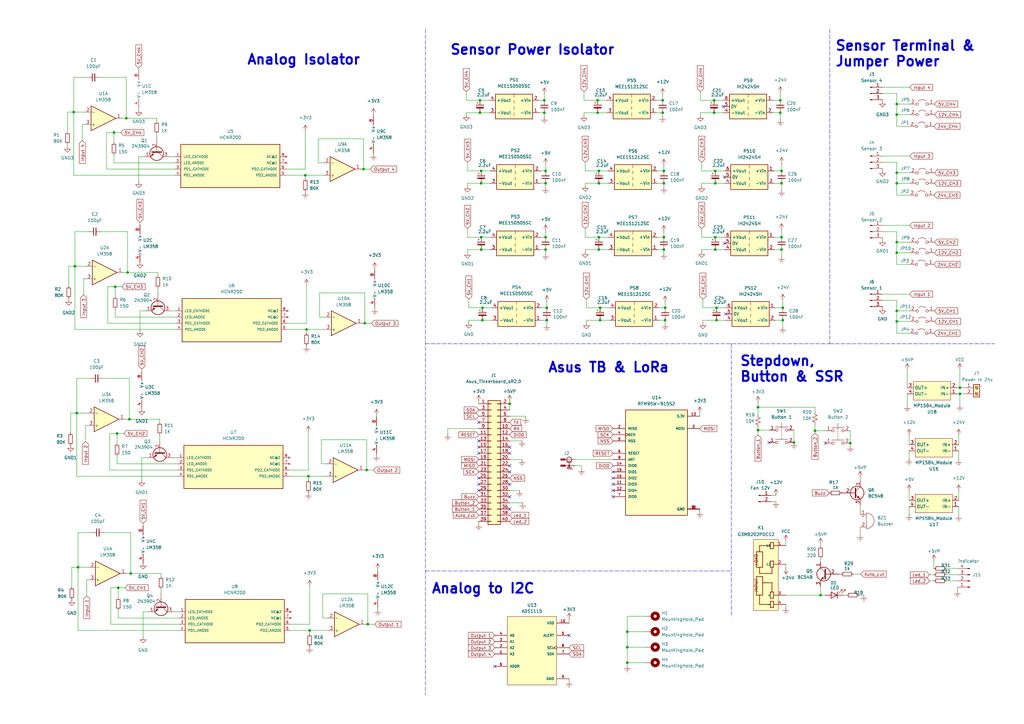
<source format=kicad_sch>
(kicad_sch (version 20211123) (generator eeschema)
  (paper "A3")
  (title_block (title "MARUKO LOGGER (ANALOG Voltage 0-5V)") (date "2022-07-14") (rev "1") (company "Otori.id"))
  (junction (at 310.896 176.403))
  (junction (at 150.876 256.032))
  (junction (at 320.04 41.148))
  (junction (at 197.358 70.104))
  (junction (at 293.37 102.362))
  (junction (at 30.734 109.22))
  (junction (at 245.11 46.228))
  (junction (at 197.866 131.318))
  (junction (at 257.302 265.43))
  (junction (at 223.266 41.148))
  (junction (at 272.796 131.318))
  (junction (at 272.288 75.184))
  (junction (at 245.618 97.282))
  (junction (at 393.7 159.004))
  (junction (at 367.792 46.99))
  (junction (at 271.78 41.148))
  (junction (at 367.792 131.826))
  (junction (at 46.736 54.356))
  (junction (at 367.792 127.508))
  (junction (at 223.774 102.362))
  (junction (at 197.358 97.282))
  (junction (at 367.792 103.632))
  (junction (at 52.324 111.76))
  (junction (at 197.358 102.362))
  (junction (at 246.126 131.318))
  (junction (at 224.282 131.318))
  (junction (at 196.85 41.148))
  (junction (at 320.548 75.184))
  (junction (at 272.288 102.362))
  (junction (at 209.042 165.608))
  (junction (at 393.7 161.544))
  (junction (at 292.862 46.228))
  (junction (at 246.126 126.238))
  (junction (at 223.774 70.104))
  (junction (at 336.55 244.094))
  (junction (at 367.792 75.184))
  (junction (at 293.37 75.184))
  (junction (at 320.04 46.228))
  (junction (at 51.816 48.514))
  (junction (at 320.548 102.362))
  (junction (at 245.618 70.104))
  (junction (at 245.618 102.362))
  (junction (at 293.878 131.318))
  (junction (at 272.288 97.282))
  (junction (at 271.78 46.228))
  (junction (at 48.006 177.8))
  (junction (at 53.594 235.204))
  (junction (at 320.548 97.282))
  (junction (at 47.244 117.602))
  (junction (at 53.086 171.958))
  (junction (at 149.098 69.342))
  (junction (at 48.514 241.046))
  (junction (at 223.774 75.184))
  (junction (at 293.37 70.104))
  (junction (at 32.004 232.664))
  (junction (at 272.796 126.238))
  (junction (at 325.628 181.483))
  (junction (at 310.896 167.005))
  (junction (at 321.056 131.318))
  (junction (at 31.496 169.418))
  (junction (at 348.742 181.737))
  (junction (at 321.056 126.238))
  (junction (at 223.774 97.282))
  (junction (at 149.606 132.588))
  (junction (at 367.792 99.314))
  (junction (at 224.282 126.238))
  (junction (at 367.792 42.672))
  (junction (at 30.226 45.974))
  (junction (at 367.792 70.866))
  (junction (at 125.73 135.128))
  (junction (at 257.302 259.08))
  (junction (at 196.85 46.228))
  (junction (at 293.878 126.238))
  (junction (at 257.302 271.78))
  (junction (at 197.866 126.238))
  (junction (at 293.37 97.282))
  (junction (at 272.288 70.104))
  (junction (at 320.548 70.104))
  (junction (at 292.862 41.148))
  (junction (at 126.492 195.326))
  (junction (at 223.266 46.228))
  (junction (at 125.222 71.882))
  (junction (at 245.618 75.184))
  (junction (at 245.11 41.148))
  (junction (at 150.368 192.786))
  (junction (at 334.264 176.657))
  (junction (at 197.358 75.184))
  (junction (at 127 258.572))
  (no_connect (at 251.46 193.548))
  (no_connect (at 297.18 99.822))
  (no_connect (at 297.18 72.644))
  (no_connect (at 296.672 43.688))
  (no_connect (at 297.688 128.778))
  (no_connect (at 233.426 260.604))
  (no_connect (at 202.946 273.304))
  (no_connect (at 338.582 181.737))
  (no_connect (at 196.342 198.628))
  (no_connect (at 209.042 183.388))
  (no_connect (at 209.042 193.548))
  (no_connect (at 196.342 196.088))
  (no_connect (at 196.342 173.228))
  (no_connect (at 196.342 201.168))
  (no_connect (at 196.342 185.928))
  (no_connect (at 209.042 185.928))
  (no_connect (at 209.042 208.788))
  (no_connect (at 209.042 198.628))
  (no_connect (at 251.46 196.088))
  (no_connect (at 251.46 203.708))
  (no_connect (at 209.042 191.008))
  (no_connect (at 251.46 198.628))
  (no_connect (at 196.342 183.388))
  (no_connect (at 315.468 181.483))
  (no_connect (at 209.042 203.708))
  (no_connect (at 251.46 201.168))
  (no_connect (at 196.342 180.848))
  (wire (pts (xy 288.29 126.238) (xy 293.878 126.238)))
  (wire (pts (xy 361.95 94.996) (xy 367.792 94.996)))
  (wire (pts (xy 154.94 233.68) (xy 154.94 234.188)))
  (wire (pts (xy 32.004 218.44) (xy 37.592 218.44)))
  (wire (pts (xy 245.618 102.362) (xy 249.428 102.362)))
  (wire (pts (xy 393.7 151.638) (xy 393.7 159.004)))
  (polyline (pts (xy 174.498 11.938) (xy 174.498 284.988)))
  (wire (pts (xy 235.966 188.468) (xy 251.46 188.468)))
  (wire (pts (xy 336.55 244.094) (xy 322.326 244.094)))
  (wire (pts (xy 28.956 169.418) (xy 31.496 169.418)))
  (wire (pts (xy 50.038 117.602) (xy 47.244 117.602)))
  (wire (pts (xy 153.162 46.99) (xy 153.162 47.498)))
  (wire (pts (xy 317.5 70.104) (xy 320.548 70.104)))
  (wire (pts (xy 246.126 126.238) (xy 249.936 126.238)))
  (wire (pts (xy 64.262 48.514) (xy 64.262 49.784)))
  (wire (pts (xy 118.618 192.786) (xy 126.492 192.786)))
  (wire (pts (xy 117.856 132.588) (xy 125.73 132.588)))
  (wire (pts (xy 32.004 258.572) (xy 73.406 258.572)))
  (wire (pts (xy 287.782 102.362) (xy 293.37 102.362)))
  (wire (pts (xy 240.538 132.334) (xy 240.538 131.318)))
  (wire (pts (xy 316.992 46.228) (xy 320.04 46.228)))
  (wire (pts (xy 287.782 70.104) (xy 293.37 70.104)))
  (wire (pts (xy 393.7 159.004) (xy 392.43 159.004)))
  (wire (pts (xy 149.098 69.342) (xy 148.082 69.342)))
  (wire (pts (xy 338.328 244.094) (xy 336.55 244.094)))
  (wire (pts (xy 149.606 132.588) (xy 148.59 132.588)))
  (wire (pts (xy 372.872 178.562) (xy 372.872 182.372)))
  (wire (pts (xy 257.302 259.08) (xy 264.922 259.08)))
  (wire (pts (xy 117.348 71.882) (xy 125.222 71.882)))
  (wire (pts (xy 287.02 209.804) (xy 287.02 208.788)))
  (wire (pts (xy 131.064 120.142) (xy 149.606 120.142)))
  (wire (pts (xy 118.618 195.326) (xy 126.492 195.326)))
  (wire (pts (xy 47.244 117.602) (xy 47.244 121.666)))
  (wire (pts (xy 292.862 46.228) (xy 296.672 46.228)))
  (wire (pts (xy 27.686 45.974) (xy 27.686 54.102)))
  (wire (pts (xy 321.056 123.19) (xy 321.056 126.238)))
  (wire (pts (xy 30.226 71.882) (xy 71.628 71.882)))
  (wire (pts (xy 134.62 253.492) (xy 132.334 253.492)))
  (wire (pts (xy 367.792 38.354) (xy 367.792 42.672)))
  (wire (pts (xy 130.556 56.896) (xy 149.098 56.896)))
  (wire (pts (xy 125.222 53.848) (xy 125.222 69.342)))
  (wire (pts (xy 196.342 214.884) (xy 196.342 213.868)))
  (wire (pts (xy 149.098 56.896) (xy 149.098 69.342)))
  (wire (pts (xy 257.302 273.05) (xy 257.302 271.78)))
  (wire (pts (xy 127 265.43) (xy 127 265.176)))
  (wire (pts (xy 149.606 120.142) (xy 149.606 132.588)))
  (wire (pts (xy 334.264 167.005) (xy 334.264 169.037)))
  (wire (pts (xy 36.576 237.744) (xy 35.56 237.744)))
  (wire (pts (xy 215.646 170.688) (xy 209.042 170.688)))
  (wire (pts (xy 361.95 126.238) (xy 361.95 125.73)))
  (wire (pts (xy 270.256 131.318) (xy 272.796 131.318)))
  (wire (pts (xy 58.166 151.384) (xy 58.166 152.4)))
  (wire (pts (xy 240.03 93.726) (xy 240.03 97.282)))
  (wire (pts (xy 233.426 279.4) (xy 233.426 278.384)))
  (wire (pts (xy 197.866 126.238) (xy 201.676 126.238)))
  (wire (pts (xy 269.748 75.184) (xy 272.288 75.184)))
  (wire (pts (xy 72.898 190.246) (xy 48.006 190.246)))
  (wire (pts (xy 154.94 249.936) (xy 154.94 249.428)))
  (wire (pts (xy 49.53 54.356) (xy 46.736 54.356)))
  (wire (pts (xy 192.278 132.08) (xy 192.278 131.318)))
  (wire (pts (xy 125.222 78.74) (xy 125.222 78.486)))
  (wire (pts (xy 221.996 126.238) (xy 224.282 126.238)))
  (wire (pts (xy 367.792 66.548) (xy 367.792 70.866)))
  (wire (pts (xy 28.956 169.418) (xy 28.956 177.546)))
  (wire (pts (xy 59.69 127.508) (xy 57.404 127.508)))
  (wire (pts (xy 224.282 123.698) (xy 224.282 126.238)))
  (wire (pts (xy 40.894 31.75) (xy 51.816 31.75)))
  (wire (pts (xy 240.03 66.548) (xy 240.03 70.104)))
  (wire (pts (xy 269.24 41.148) (xy 271.78 41.148)))
  (wire (pts (xy 269.748 97.282) (xy 272.288 97.282)))
  (wire (pts (xy 72.136 132.588) (xy 44.196 132.588)))
  (wire (pts (xy 372.872 51.816) (xy 367.792 51.816)))
  (wire (pts (xy 322.326 232.918) (xy 322.326 231.394)))
  (wire (pts (xy 367.792 103.632) (xy 373.126 103.632)))
  (wire (pts (xy 30.226 45.974) (xy 30.226 71.882)))
  (wire (pts (xy 30.734 109.22) (xy 30.734 135.128)))
  (wire (pts (xy 272.288 76.708) (xy 272.288 75.184)))
  (wire (pts (xy 287.274 41.148) (xy 292.862 41.148)))
  (wire (pts (xy 287.782 93.726) (xy 287.782 97.282)))
  (wire (pts (xy 320.548 67.056) (xy 320.548 70.104)))
  (wire (pts (xy 44.958 177.8) (xy 44.958 192.786)))
  (wire (pts (xy 367.792 131.826) (xy 373.126 131.826)))
  (wire (pts (xy 150.368 180.34) (xy 150.368 192.786)))
  (wire (pts (xy 240.538 131.318) (xy 246.126 131.318)))
  (wire (pts (xy 393.192 178.562) (xy 393.192 182.372)))
  (wire (pts (xy 60.96 250.952) (xy 58.674 250.952)))
  (wire (pts (xy 64.77 111.76) (xy 64.77 113.03)))
  (wire (pts (xy 257.302 271.78) (xy 264.922 271.78)))
  (wire (pts (xy 69.85 127.508) (xy 72.136 127.508)))
  (wire (pts (xy 257.302 265.43) (xy 264.922 265.43)))
  (wire (pts (xy 318.262 205.74) (xy 316.23 205.74)))
  (wire (pts (xy 221.488 70.104) (xy 223.774 70.104)))
  (wire (pts (xy 47.244 126.746) (xy 47.244 130.048)))
  (wire (pts (xy 31.496 169.418) (xy 31.496 195.326)))
  (wire (pts (xy 245.11 46.228) (xy 248.92 46.228)))
  (wire (pts (xy 367.792 51.816) (xy 367.792 46.99)))
  (wire (pts (xy 213.106 201.168) (xy 209.042 201.168)))
  (wire (pts (xy 367.792 136.652) (xy 367.792 131.826)))
  (wire (pts (xy 46.736 54.356) (xy 46.736 58.42)))
  (wire (pts (xy 318.262 203.2) (xy 316.23 203.2)))
  (wire (pts (xy 239.522 47.244) (xy 239.522 46.228)))
  (wire (pts (xy 220.98 46.228) (xy 223.266 46.228)))
  (wire (pts (xy 287.782 75.184) (xy 293.37 75.184)))
  (wire (pts (xy 373.126 64.008) (xy 361.95 64.008)))
  (wire (pts (xy 272.796 123.952) (xy 272.796 126.238)))
  (wire (pts (xy 64.77 118.11) (xy 64.77 119.888)))
  (wire (pts (xy 191.77 75.184) (xy 197.358 75.184)))
  (wire (pts (xy 69.342 64.262) (xy 71.628 64.262)))
  (wire (pts (xy 287.782 66.548) (xy 287.782 70.104)))
  (wire (pts (xy 57.404 127.508) (xy 57.404 135.636)))
  (wire (pts (xy 240.03 102.362) (xy 245.618 102.362)))
  (wire (pts (xy 393.7 161.544) (xy 392.43 161.544)))
  (wire (pts (xy 367.792 75.184) (xy 373.126 75.184)))
  (wire (pts (xy 56.896 44.958) (xy 56.896 44.196)))
  (wire (pts (xy 257.302 259.08) (xy 257.302 265.43)))
  (wire (pts (xy 393.7 166.116) (xy 393.7 161.544)))
  (wire (pts (xy 153.67 126.492) (xy 153.67 125.984)))
  (wire (pts (xy 35.306 109.22) (xy 30.734 109.22)))
  (wire (pts (xy 153.162 63.246) (xy 153.162 62.738)))
  (wire (pts (xy 73.406 253.492) (xy 48.514 253.492)))
  (wire (pts (xy 220.98 41.148) (xy 223.266 41.148)))
  (wire (pts (xy 373.126 99.314) (xy 367.792 99.314)))
  (wire (pts (xy 71.628 69.342) (xy 43.688 69.342)))
  (wire (pts (xy 197.866 131.318) (xy 201.676 131.318)))
  (wire (pts (xy 292.862 41.148) (xy 296.672 41.148)))
  (wire (pts (xy 197.358 102.362) (xy 201.168 102.362)))
  (wire (pts (xy 30.226 31.75) (xy 30.226 45.974)))
  (wire (pts (xy 60.452 187.706) (xy 58.166 187.706)))
  (wire (pts (xy 223.266 38.608) (xy 223.266 41.148)))
  (wire (pts (xy 293.37 70.104) (xy 297.18 70.104)))
  (wire (pts (xy 388.112 233.172) (xy 392.684 233.172)))
  (wire (pts (xy 348.742 183.007) (xy 348.742 181.737)))
  (wire (pts (xy 191.262 41.148) (xy 196.85 41.148)))
  (wire (pts (xy 240.03 97.282) (xy 245.618 97.282)))
  (wire (pts (xy 354.33 244.094) (xy 352.298 244.094)))
  (wire (pts (xy 287.274 47.244) (xy 287.274 46.228)))
  (wire (pts (xy 133.35 130.048) (xy 131.064 130.048)))
  (wire (pts (xy 130.556 66.802) (xy 130.556 56.896)))
  (wire (pts (xy 239.522 41.148) (xy 245.11 41.148)))
  (wire (pts (xy 293.878 131.318) (xy 297.688 131.318)))
  (wire (pts (xy 56.896 64.262) (xy 56.896 74.422)))
  (wire (pts (xy 117.348 69.342) (xy 125.222 69.342)))
  (wire (pts (xy 35.56 237.744) (xy 35.56 244.348)))
  (wire (pts (xy 372.872 136.652) (xy 367.792 136.652)))
  (wire (pts (xy 372.872 211.074) (xy 372.872 207.772)))
  (wire (pts (xy 271.78 38.862) (xy 271.78 41.148)))
  (wire (pts (xy 125.73 117.094) (xy 125.73 132.588)))
  (wire (pts (xy 58.674 214.63) (xy 58.674 215.646)))
  (wire (pts (xy 51.308 171.958) (xy 53.086 171.958)))
  (wire (pts (xy 191.77 66.548) (xy 191.77 70.104)))
  (wire (pts (xy 352.806 195.834) (xy 352.806 197.104)))
  (wire (pts (xy 191.262 37.592) (xy 191.262 41.148)))
  (wire (pts (xy 48.006 186.944) (xy 48.006 190.246)))
  (wire (pts (xy 51.816 31.75) (xy 51.816 48.514)))
  (wire (pts (xy 383.032 230.124) (xy 383.032 233.172)))
  (wire (pts (xy 30.226 31.75) (xy 35.814 31.75)))
  (wire (pts (xy 46.736 63.5) (xy 46.736 66.802)))
  (polyline (pts (xy 174.498 234.188) (xy 299.974 234.188)))
  (wire (pts (xy 191.262 46.99) (xy 191.262 46.228)))
  (wire (pts (xy 197.358 75.184) (xy 201.168 75.184)))
  (wire (pts (xy 372.872 188.214) (xy 372.872 184.912)))
  (wire (pts (xy 272.288 103.886) (xy 272.288 102.362)))
  (wire (pts (xy 154.432 186.69) (xy 154.432 186.182)))
  (wire (pts (xy 240.538 122.682) (xy 240.538 126.238)))
  (wire (pts (xy 367.792 46.99) (xy 373.126 46.99)))
  (wire (pts (xy 372.11 166.37) (xy 372.11 161.544)))
  (wire (pts (xy 373.126 42.672) (xy 367.792 42.672)))
  (wire (pts (xy 221.488 75.184) (xy 223.774 75.184)))
  (wire (pts (xy 154.432 170.434) (xy 154.432 170.942)))
  (wire (pts (xy 353.06 235.458) (xy 350.012 235.458)))
  (wire (pts (xy 269.748 102.362) (xy 272.288 102.362)))
  (wire (pts (xy 33.782 51.054) (xy 33.782 57.658)))
  (wire (pts (xy 352.806 216.154) (xy 352.806 219.329)))
  (wire (pts (xy 127 240.538) (xy 127 256.032)))
  (wire (pts (xy 287.02 169.418) (xy 287.02 170.688)))
  (wire (pts (xy 214.122 180.848) (xy 209.042 180.848)))
  (wire (pts (xy 72.898 192.786) (xy 44.958 192.786)))
  (polyline (pts (xy 174.498 140.97) (xy 340.36 140.97)))
  (wire (pts (xy 125.73 135.128) (xy 133.35 135.128)))
  (wire (pts (xy 223.774 94.742) (xy 223.774 97.282)))
  (wire (pts (xy 245.11 41.148) (xy 248.92 41.148)))
  (wire (pts (xy 395.478 159.004) (xy 393.7 159.004)))
  (wire (pts (xy 320.548 94.234) (xy 320.548 97.282)))
  (wire (pts (xy 320.548 102.362) (xy 320.548 105.156)))
  (wire (pts (xy 334.264 176.657) (xy 334.264 177.673)))
  (wire (pts (xy 71.12 250.952) (xy 73.406 250.952)))
  (wire (pts (xy 361.95 98.298) (xy 361.95 97.536)))
  (wire (pts (xy 192.278 126.238) (xy 197.866 126.238)))
  (wire (pts (xy 287.274 37.592) (xy 287.274 41.148)))
  (wire (pts (xy 393.192 188.468) (xy 393.192 184.912)))
  (wire (pts (xy 72.136 130.048) (xy 47.244 130.048)))
  (wire (pts (xy 197.358 70.104) (xy 201.168 70.104)))
  (wire (pts (xy 125.73 141.986) (xy 125.73 141.732)))
  (wire (pts (xy 239.522 46.228) (xy 245.11 46.228)))
  (wire (pts (xy 125.222 71.882) (xy 132.842 71.882)))
  (wire (pts (xy 348.742 176.657) (xy 348.742 181.737)))
  (wire (pts (xy 367.792 127.508) (xy 367.792 131.826)))
  (wire (pts (xy 70.612 187.706) (xy 72.898 187.706)))
  (wire (pts (xy 288.29 132.334) (xy 288.29 131.318)))
  (wire (pts (xy 44.196 117.602) (xy 44.196 132.588)))
  (wire (pts (xy 48.006 177.8) (xy 48.006 181.864)))
  (wire (pts (xy 117.856 135.128) (xy 125.73 135.128)))
  (wire (pts (xy 224.282 131.318) (xy 224.282 133.096)))
  (wire (pts (xy 320.04 46.228) (xy 320.04 49.022)))
  (wire (pts (xy 29.464 232.664) (xy 29.464 240.792)))
  (wire (pts (xy 240.03 75.184) (xy 245.618 75.184)))
  (wire (pts (xy 317.5 102.362) (xy 320.548 102.362)))
  (wire (pts (xy 272.288 67.818) (xy 272.288 70.104)))
  (wire (pts (xy 196.342 164.592) (xy 196.342 165.608)))
  (wire (pts (xy 50.038 48.514) (xy 51.816 48.514)))
  (wire (pts (xy 264.922 252.73) (xy 257.302 252.73)))
  (wire (pts (xy 209.042 164.592) (xy 209.042 165.608)))
  (wire (pts (xy 29.464 232.664) (xy 32.004 232.664)))
  (wire (pts (xy 28.194 109.22) (xy 28.194 117.348)))
  (wire (pts (xy 132.842 66.802) (xy 130.556 66.802)))
  (wire (pts (xy 134.112 190.246) (xy 131.826 190.246)))
  (wire (pts (xy 73.406 256.032) (xy 45.466 256.032)))
  (wire (pts (xy 34.29 114.3) (xy 34.29 120.904)))
  (wire (pts (xy 150.876 256.032) (xy 149.86 256.032)))
  (wire (pts (xy 352.806 207.264) (xy 352.806 211.074)))
  (wire (pts (xy 393.192 201.422) (xy 393.192 205.232)))
  (wire (pts (xy 393.192 211.328) (xy 393.192 207.772)))
  (wire (pts (xy 191.77 76.2) (xy 191.77 75.184)))
  (wire (pts (xy 50.546 111.76) (xy 52.324 111.76)))
  (wire (pts (xy 215.646 171.196) (xy 215.646 170.688)))
  (wire (pts (xy 367.792 99.314) (xy 367.792 103.632)))
  (wire (pts (xy 30.734 94.996) (xy 36.322 94.996)))
  (wire (pts (xy 31.496 195.326) (xy 72.898 195.326)))
  (wire (pts (xy 183.642 175.768) (xy 196.342 175.768)))
  (wire (pts (xy 310.896 167.005) (xy 310.896 170.18)))
  (wire (pts (xy 191.77 102.362) (xy 197.358 102.362)))
  (wire (pts (xy 149.098 69.342) (xy 151.892 69.342)))
  (wire (pts (xy 269.748 70.104) (xy 272.288 70.104)))
  (wire (pts (xy 223.266 46.228) (xy 223.266 48.006)))
  (wire (pts (xy 48.514 241.046) (xy 48.514 245.11)))
  (wire (pts (xy 214.376 206.248) (xy 209.042 206.248)))
  (wire (pts (xy 293.878 126.238) (xy 297.688 126.238)))
  (wire (pts (xy 192.278 122.682) (xy 192.278 126.238)))
  (polyline (pts (xy 340.36 11.938) (xy 340.36 140.97)))
  (wire (pts (xy 347.218 244.094) (xy 345.948 244.094)))
  (wire (pts (xy 46.736 54.356) (xy 43.688 54.356)))
  (wire (pts (xy 221.488 97.282) (xy 223.774 97.282)))
  (wire (pts (xy 388.112 238.252) (xy 392.684 238.252)))
  (wire (pts (xy 127 258.572) (xy 134.62 258.572)))
  (wire (pts (xy 191.262 46.228) (xy 196.85 46.228)))
  (wire (pts (xy 132.334 253.492) (xy 132.334 243.586)))
  (wire (pts (xy 388.112 235.712) (xy 392.684 235.712)))
  (wire (pts (xy 269.24 46.228) (xy 271.78 46.228)))
  (wire (pts (xy 271.78 47.752) (xy 271.78 46.228)))
  (wire (pts (xy 392.684 242.316) (xy 392.684 240.792)))
  (polyline (pts (xy 340.36 140.97) (xy 407.924 140.97)))
  (wire (pts (xy 53.594 218.44) (xy 53.594 235.204)))
  (wire (pts (xy 41.402 94.996) (xy 52.324 94.996)))
  (wire (pts (xy 209.042 165.608) (xy 209.042 168.148)))
  (wire (pts (xy 310.896 167.005) (xy 334.264 167.005)))
  (wire (pts (xy 246.126 131.318) (xy 249.936 131.318)))
  (wire (pts (xy 45.466 241.046) (xy 45.466 256.032)))
  (wire (pts (xy 310.896 175.26) (xy 310.896 176.403)))
  (wire (pts (xy 125.222 71.882) (xy 125.222 73.406)))
  (wire (pts (xy 317.5 75.184) (xy 320.548 75.184)))
  (wire (pts (xy 47.244 117.602) (xy 44.196 117.602)))
  (wire (pts (xy 32.004 232.664) (xy 32.004 258.572)))
  (wire (pts (xy 257.302 252.73) (xy 257.302 259.08)))
  (wire (pts (xy 34.798 45.974) (xy 30.226 45.974)))
  (wire (pts (xy 214.122 188.468) (xy 209.042 188.468)))
  (wire (pts (xy 64.262 54.864) (xy 64.262 56.642)))
  (wire (pts (xy 119.126 256.032) (xy 127 256.032)))
  (wire (pts (xy 32.004 218.44) (xy 32.004 232.664)))
  (wire (pts (xy 361.95 69.85) (xy 361.95 69.088)))
  (wire (pts (xy 31.496 155.194) (xy 37.084 155.194)))
  (wire (pts (xy 245.618 70.104) (xy 249.428 70.104)))
  (wire (pts (xy 293.37 97.282) (xy 297.18 97.282)))
  (wire (pts (xy 126.492 195.326) (xy 126.492 196.85)))
  (wire (pts (xy 27.686 45.974) (xy 30.226 45.974)))
  (wire (pts (xy 51.816 235.204) (xy 53.594 235.204)))
  (wire (pts (xy 51.816 48.514) (xy 64.262 48.514)))
  (wire (pts (xy 153.67 110.236) (xy 153.67 110.744)))
  (wire (pts (xy 322.326 221.996) (xy 322.326 223.774)))
  (wire (pts (xy 196.85 41.148) (xy 200.66 41.148)))
  (wire (pts (xy 287.782 76.2) (xy 287.782 75.184)))
  (wire (pts (xy 28.194 109.22) (xy 30.734 109.22)))
  (wire (pts (xy 367.792 108.458) (xy 367.792 103.632)))
  (wire (pts (xy 287.782 97.282) (xy 293.37 97.282)))
  (wire (pts (xy 48.006 177.8) (xy 44.958 177.8)))
  (wire (pts (xy 71.628 66.802) (xy 46.736 66.802)))
  (wire (pts (xy 50.8 177.8) (xy 48.006 177.8)))
  (wire (pts (xy 240.03 70.104) (xy 245.618 70.104)))
  (wire (pts (xy 31.496 155.194) (xy 31.496 169.418)))
  (wire (pts (xy 150.876 243.586) (xy 150.876 256.032)))
  (wire (pts (xy 56.896 27.94) (xy 56.896 28.956)))
  (wire (pts (xy 125.73 135.128) (xy 125.73 136.652)))
  (wire (pts (xy 43.688 54.356) (xy 43.688 69.342)))
  (wire (pts (xy 325.628 176.403) (xy 325.628 181.483)))
  (wire (pts (xy 373.126 92.456) (xy 361.95 92.456)))
  (wire (pts (xy 287.782 103.124) (xy 287.782 102.362)))
  (wire (pts (xy 361.95 41.402) (xy 361.95 40.894)))
  (wire (pts (xy 59.182 64.262) (xy 56.896 64.262)))
  (wire (pts (xy 35.306 114.3) (xy 34.29 114.3)))
  (wire (pts (xy 361.95 123.19) (xy 367.792 123.19)))
  (wire (pts (xy 239.522 37.592) (xy 239.522 41.148)))
  (wire (pts (xy 27.686 59.944) (xy 27.686 59.182)))
  (wire (pts (xy 183.642 178.054) (xy 183.642 175.768)))
  (wire (pts (xy 293.37 75.184) (xy 297.18 75.184)))
  (wire (pts (xy 361.95 38.354) (xy 367.792 38.354)))
  (wire (pts (xy 149.606 132.588) (xy 152.4 132.588)))
  (wire (pts (xy 42.164 155.194) (xy 53.086 155.194)))
  (wire (pts (xy 334.264 176.657) (xy 338.582 176.657)))
  (polyline (pts (xy 299.974 140.97) (xy 299.974 252.984)))
  (wire (pts (xy 66.04 235.204) (xy 66.04 236.474)))
  (wire (pts (xy 310.896 176.403) (xy 315.468 176.403)))
  (wire (pts (xy 240.538 126.238) (xy 246.126 126.238)))
  (wire (pts (xy 66.04 241.554) (xy 66.04 243.332)))
  (wire (pts (xy 30.734 135.128) (xy 72.136 135.128)))
  (wire (pts (xy 372.872 201.422) (xy 372.872 205.232)))
  (wire (pts (xy 238.506 192.278) (xy 238.506 191.008)))
  (wire (pts (xy 126.492 177.292) (xy 126.492 192.786)))
  (wire (pts (xy 51.308 241.046) (xy 48.514 241.046)))
  (wire (pts (xy 373.126 70.866) (xy 367.792 70.866)))
  (wire (pts (xy 316.992 41.148) (xy 320.04 41.148)))
  (wire (pts (xy 321.056 131.318) (xy 321.056 134.112)))
  (wire (pts (xy 336.55 240.538) (xy 336.55 244.094)))
  (wire (pts (xy 336.55 229.108) (xy 336.55 230.378)))
  (wire (pts (xy 372.872 108.458) (xy 367.792 108.458)))
  (wire (pts (xy 381.254 235.712) (xy 383.032 235.712)))
  (wire (pts (xy 119.126 258.572) (xy 127 258.572)))
  (wire (pts (xy 361.95 66.548) (xy 367.792 66.548)))
  (wire (pts (xy 318.008 126.238) (xy 321.056 126.238)))
  (wire (pts (xy 197.358 97.282) (xy 201.168 97.282)))
  (wire (pts (xy 223.774 102.362) (xy 223.774 104.14)))
  (wire (pts (xy 322.326 249.174) (xy 322.326 247.904)))
  (wire (pts (xy 53.086 171.958) (xy 65.532 171.958)))
  (wire (pts (xy 36.068 174.498) (xy 35.052 174.498)))
  (wire (pts (xy 191.77 93.726) (xy 191.77 97.282)))
  (wire (pts (xy 52.324 94.996) (xy 52.324 111.76)))
  (wire (pts (xy 221.996 131.318) (xy 224.282 131.318)))
  (wire (pts (xy 126.492 195.326) (xy 134.112 195.326)))
  (wire (pts (xy 150.368 192.786) (xy 153.162 192.786)))
  (wire (pts (xy 373.126 35.814) (xy 361.95 35.814)))
  (wire (pts (xy 240.03 103.124) (xy 240.03 102.362)))
  (wire (pts (xy 245.618 75.184) (xy 249.428 75.184)))
  (wire (pts (xy 293.37 102.362) (xy 297.18 102.362)))
  (wire (pts (xy 395.478 161.544) (xy 393.7 161.544)))
  (wire (pts (xy 53.594 235.204) (xy 66.04 235.204)))
  (wire (pts (xy 318.008 131.318) (xy 321.056 131.318)))
  (wire (pts (xy 57.404 91.186) (xy 57.404 92.202)))
  (wire (pts (xy 233.426 254) (xy 233.426 255.524)))
  (wire (pts (xy 310.896 165.1) (xy 310.896 167.005)))
  (wire (pts (xy 35.052 174.498) (xy 35.052 181.102)))
  (wire (pts (xy 372.11 151.638) (xy 372.11 159.004)))
  (wire (pts (xy 48.514 250.19) (xy 48.514 253.492)))
  (wire (pts (xy 367.792 42.672) (xy 367.792 46.99)))
  (wire (pts (xy 53.086 155.194) (xy 53.086 171.958)))
  (wire (pts (xy 150.368 192.786) (xy 149.352 192.786)))
  (wire (pts (xy 223.774 67.564) (xy 223.774 70.104)))
  (wire (pts (xy 30.734 94.996) (xy 30.734 109.22)))
  (wire (pts (xy 127 258.572) (xy 127 260.096)))
  (wire (pts (xy 36.068 169.418) (xy 31.496 169.418)))
  (wire (pts (xy 310.896 176.403) (xy 310.896 178.435)))
  (wire (pts (xy 28.194 122.682) (xy 28.194 122.428)))
  (wire (pts (xy 381.254 238.252) (xy 383.032 238.252)))
  (wire (pts (xy 191.77 70.104) (xy 197.358 70.104)))
  (wire (pts (xy 288.29 131.318) (xy 293.878 131.318)))
  (wire (pts (xy 223.774 75.184) (xy 223.774 76.962)))
  (wire (pts (xy 367.792 123.19) (xy 367.792 127.508)))
  (wire (pts (xy 65.532 178.308) (xy 65.532 180.086)))
  (wire (pts (xy 58.166 187.706) (xy 58.166 196.85)))
  (wire (pts (xy 373.126 127.508) (xy 367.792 127.508)))
  (wire (pts (xy 270.256 126.238) (xy 272.796 126.238)))
  (wire (pts (xy 58.674 250.952) (xy 58.674 261.112)))
  (wire (pts (xy 42.672 218.44) (xy 53.594 218.44)))
  (wire (pts (xy 288.29 122.682) (xy 288.29 126.238)))
  (wire (pts (xy 36.576 232.664) (xy 32.004 232.664)))
  (wire (pts (xy 336.55 223.266) (xy 336.55 224.028)))
  (wire (pts (xy 334.264 174.117) (xy 334.264 176.657)))
  (wire (pts (xy 132.334 243.586) (xy 150.876 243.586)))
  (wire (pts (xy 245.618 97.282) (xy 249.428 97.282)))
  (wire (pts (xy 320.548 75.184) (xy 320.548 77.978)))
  (wire (pts (xy 221.488 102.362) (xy 223.774 102.362)))
  (wire (pts (xy 150.876 256.032) (xy 153.67 256.032)))
  (wire (pts (xy 373.126 120.65) (xy 361.95 120.65)))
  (wire (pts (xy 131.826 180.34) (xy 150.368 180.34)))
  (wire (pts (xy 367.792 70.866) (xy 367.792 75.184)))
  (wire (pts (xy 34.798 51.054) (xy 33.782 51.054)))
  (wire (pts (xy 131.064 130.048) (xy 131.064 120.142)))
  (wire (pts (xy 65.532 171.958) (xy 65.532 173.228)))
  (wire (pts (xy 372.872 80.01) (xy 367.792 80.01)))
  (wire (pts (xy 344.932 235.458) (xy 344.17 235.458)))
  (wire (pts (xy 287.274 46.228) (xy 292.862 46.228)))
  (wire (pts (xy 191.77 97.282) (xy 197.358 97.282)))
  (wire (pts (xy 272.288 94.996) (xy 272.288 97.282)))
  (wire (pts (xy 367.792 80.01) (xy 367.792 75.184)))
  (wire (pts (xy 238.506 191.008) (xy 235.966 191.008)))
  (wire (pts (xy 272.796 132.842) (xy 272.796 131.318)))
  (wire (pts (xy 192.278 131.318) (xy 197.866 131.318)))
  (wire (pts (xy 131.826 190.246) (xy 131.826 180.34)))
  (wire (pts (xy 196.85 46.228) (xy 200.66 46.228)))
  (wire (pts (xy 367.792 94.996) (xy 367.792 99.314)))
  (wire (pts (xy 52.324 111.76) (xy 64.77 111.76)))
  (wire (pts (xy 257.302 271.78) (xy 257.302 265.43)))
  (wire (pts (xy 191.77 103.378) (xy 191.77 102.362)))
  (wire (pts (xy 317.5 97.282) (xy 320.548 97.282)))
  (wire (pts (xy 320.04 38.1) (xy 320.04 41.148)))
  (wire (pts (xy 48.514 241.046) (xy 45.466 241.046)))
  (wire (pts (xy 240.03 75.946) (xy 240.03 75.184)))
  (wire (pts (xy 126.492 202.184) (xy 126.492 201.93)))
  (text "Asus TB & LoRa" (at 224.536 153.162 0) (effects (font (size 4 4) (thickness 0.8) bold) (justify left bottom)))
  (text "Analog Isolator" (at 101.092 26.924 0) (effects (font (size 4 4) (thickness 0.8) bold) (justify left bottom)))
  (text "Sensor Power Isolator" (at 184.404 22.86 0) (effects (font (size 4 4) (thickness 0.8) bold) (justify left bottom)))
  (text "Analog to I2C" (at 176.784 243.84 0) (effects (font (size 4 4) (thickness 0.8) bold) (justify left bottom)))
  (text "Stepdown,\nButton & SSR" (at 303.276 156.972 0) (effects (font (size 4 4) (thickness 0.8) bold) (justify left bottom)))
  (text "Sensor Terminal &\nJumper Power" (at 342.392 27.686 0) (effects (font (size 4 4) (thickness 0.8) bold) (justify left bottom)))
  (global_label "Auto_cut" (shape input) (at 353.06 235.458 0) (property "Intersheet References" "${INTERSHEET_REFS}" (effects hide)))
  (global_label "24V_CH4" (shape input) (at 287.274 37.592 90) (property "Intersheet References" "${INTERSHEET_REFS}" (effects hide)))
  (global_label "Input 2" (shape input) (at 35.052 181.102 270) (property "Intersheet References" "${INTERSHEET_REFS}" (effects hide)))
  (global_label "Led_2" (shape input) (at 209.042 213.868 0) (property "Intersheet References" "${INTERSHEET_REFS}" (effects hide)))
  (global_label "Input 3" (shape input) (at 373.126 64.008 0) (property "Intersheet References" "${INTERSHEET_REFS}" (effects hide)))
  (global_label "Input 2" (shape input) (at 373.126 92.456 0) (property "Intersheet References" "${INTERSHEET_REFS}" (effects hide)))
  (global_label "5V_CH1" (shape input) (at 51.308 241.046 0) (property "Intersheet References" "${INTERSHEET_REFS}" (effects hide)))
  (global_label "5V_CH4" (shape input) (at 383.286 42.672 0) (property "Intersheet References" "${INTERSHEET_REFS}" (effects hide)))
  (global_label "Input 3" (shape input) (at 34.29 120.904 270) (property "Intersheet References" "${INTERSHEET_REFS}" (effects hide)))
  (global_label "Output 2" (shape input) (at 153.162 192.786 0) (property "Intersheet References" "${INTERSHEET_REFS}" (effects hide)))
  (global_label "RESET" (shape input) (at 251.46 185.928 180) (property "Intersheet References" "${INTERSHEET_REFS}" (effects hide)))
  (global_label "5V_CH2" (shape input) (at 191.77 93.726 90) (property "Intersheet References" "${INTERSHEET_REFS}" (effects hide)))
  (global_label "24V_CH3" (shape input) (at 287.782 66.548 90) (property "Intersheet References" "${INTERSHEET_REFS}" (effects hide)))
  (global_label "MOSI" (shape input) (at 287.02 175.768 0) (property "Intersheet References" "${INTERSHEET_REFS}" (effects hide)))
  (global_label "Button_1" (shape input) (at 310.896 178.435 270) (property "Intersheet References" "${INTERSHEET_REFS}" (effects hide)))
  (global_label "5V_CH4" (shape input) (at 49.53 54.356 0) (property "Intersheet References" "${INTERSHEET_REFS}" (effects hide)))
  (global_label "12V_CH4" (shape input) (at 383.286 46.99 0) (property "Intersheet References" "${INTERSHEET_REFS}" (effects hide)))
  (global_label "Output 3" (shape input) (at 202.946 265.684 180) (property "Intersheet References" "${INTERSHEET_REFS}" (effects hide)))
  (global_label "Led_2" (shape input) (at 381.254 238.252 180) (property "Intersheet References" "${INTERSHEET_REFS}" (effects hide)))
  (global_label "Button_1" (shape input) (at 196.342 208.788 180) (property "Intersheet References" "${INTERSHEET_REFS}" (effects hide)))
  (global_label "Input 4" (shape input) (at 33.782 57.658 270) (property "Intersheet References" "${INTERSHEET_REFS}" (effects hide)))
  (global_label "12V_CH2" (shape input) (at 240.03 93.726 90) (property "Intersheet References" "${INTERSHEET_REFS}" (effects hide)))
  (global_label "NSS" (shape input) (at 251.46 180.848 180) (property "Intersheet References" "${INTERSHEET_REFS}" (effects hide)))
  (global_label "5V_CH3" (shape input) (at 50.038 117.602 0) (property "Intersheet References" "${INTERSHEET_REFS}" (effects hide)))
  (global_label "5V_CH2" (shape input) (at 50.8 177.8 0) (property "Intersheet References" "${INTERSHEET_REFS}" (effects hide)))
  (global_label "TX" (shape input) (at 209.042 173.228 0) (property "Intersheet References" "${INTERSHEET_REFS}" (effects hide)))
  (global_label "Output 2" (shape input) (at 202.946 263.144 180) (property "Intersheet References" "${INTERSHEET_REFS}" (effects hide)))
  (global_label "12V_CH1" (shape input) (at 383.286 131.826 0) (property "Intersheet References" "${INTERSHEET_REFS}" (effects hide)))
  (global_label "5V_CH3" (shape input) (at 57.404 91.186 90) (property "Intersheet References" "${INTERSHEET_REFS}" (effects hide)))
  (global_label "5V_CH2" (shape input) (at 58.166 151.384 90) (property "Intersheet References" "${INTERSHEET_REFS}" (effects hide)))
  (global_label "5V_CH4" (shape input) (at 56.896 27.94 90) (property "Intersheet References" "${INTERSHEET_REFS}" (effects hide)))
  (global_label "12V_CH3" (shape input) (at 383.286 75.184 0) (property "Intersheet References" "${INTERSHEET_REFS}" (effects hide)))
  (global_label "Buzz" (shape input) (at 340.106 202.184 180) (property "Intersheet References" "${INTERSHEET_REFS}" (effects hide)))
  (global_label "SCK" (shape input) (at 196.342 193.548 180) (property "Intersheet References" "${INTERSHEET_REFS}" (effects hide)))
  (global_label "12V_CH4" (shape input) (at 239.522 37.592 90) (property "Intersheet References" "${INTERSHEET_REFS}" (effects hide)))
  (global_label "NSS" (shape input) (at 209.042 196.088 0) (property "Intersheet References" "${INTERSHEET_REFS}" (effects hide)))
  (global_label "Button_2" (shape input) (at 196.342 206.248 180) (property "Intersheet References" "${INTERSHEET_REFS}" (effects hide)))
  (global_label "Output 4" (shape input) (at 202.946 268.224 180) (property "Intersheet References" "${INTERSHEET_REFS}" (effects hide)))
  (global_label "RX" (shape input) (at 209.042 175.768 0) (property "Intersheet References" "${INTERSHEET_REFS}" (effects hide)))
  (global_label "RESET" (shape input) (at 196.342 178.308 180) (property "Intersheet References" "${INTERSHEET_REFS}" (effects hide)))
  (global_label "24V_CH2" (shape input) (at 287.782 93.726 90) (property "Intersheet References" "${INTERSHEET_REFS}" (effects hide)))
  (global_label "5V_CH2" (shape input) (at 383.286 99.314 0) (property "Intersheet References" "${INTERSHEET_REFS}" (effects hide)))
  (global_label "12V_CH3" (shape input) (at 240.03 66.548 90) (property "Intersheet References" "${INTERSHEET_REFS}" (effects hide)))
  (global_label "MISO" (shape input) (at 251.46 175.768 180) (property "Intersheet References" "${INTERSHEET_REFS}" (effects hide)))
  (global_label "Output 4" (shape input) (at 151.892 69.342 0) (property "Intersheet References" "${INTERSHEET_REFS}" (effects hide)))
  (global_label "24V_CH4" (shape input) (at 383.032 51.816 0) (property "Intersheet References" "${INTERSHEET_REFS}" (effects hide)))
  (global_label "24V_CH1" (shape input) (at 288.29 122.682 90) (property "Intersheet References" "${INTERSHEET_REFS}" (effects hide)))
  (global_label "Auto_cut" (shape input) (at 196.342 211.328 180) (property "Intersheet References" "${INTERSHEET_REFS}" (effects hide)))
  (global_label "24V_CH3" (shape input) (at 383.032 80.01 0) (property "Intersheet References" "${INTERSHEET_REFS}" (effects hide)))
  (global_label "24V_CH1" (shape input) (at 383.032 136.652 0) (property "Intersheet References" "${INTERSHEET_REFS}" (effects hide)))
  (global_label "12V_CH2" (shape input) (at 383.286 103.632 0) (property "Intersheet References" "${INTERSHEET_REFS}" (effects hide)))
  (global_label "SCL" (shape input) (at 233.426 265.684 0) (property "Intersheet References" "${INTERSHEET_REFS}" (effects hide)))
  (global_label "12V_CH1" (shape input) (at 240.538 122.682 90) (property "Intersheet References" "${INTERSHEET_REFS}" (effects hide)))
  (global_label "5V_CH3" (shape input) (at 383.286 70.866 0) (property "Intersheet References" "${INTERSHEET_REFS}" (effects hide)))
  (global_label "DIO0" (shape input) (at 251.46 191.008 180) (property "Intersheet References" "${INTERSHEET_REFS}" (effects hide)))
  (global_label "Output 1" (shape input) (at 202.946 260.604 180) (property "Intersheet References" "${INTERSHEET_REFS}" (effects hide)))
  (global_label "Led_1" (shape input) (at 381.254 235.712 180) (property "Intersheet References" "${INTERSHEET_REFS}" (effects hide)))
  (global_label "Input 1" (shape input) (at 35.56 244.348 270) (property "Intersheet References" "${INTERSHEET_REFS}" (effects hide)))
  (global_label "SCL" (shape input) (at 196.342 170.688 180) (property "Intersheet References" "${INTERSHEET_REFS}" (effects hide)))
  (global_label "SDA" (shape input) (at 233.426 268.224 0) (property "Intersheet References" "${INTERSHEET_REFS}" (effects hide)))
  (global_label "5V_CH3" (shape input) (at 191.77 66.548 90) (property "Intersheet References" "${INTERSHEET_REFS}" (effects hide)))
  (global_label "Buzz" (shape input) (at 196.342 203.708 180) (property "Intersheet References" "${INTERSHEET_REFS}" (effects hide)))
  (global_label "Output 1" (shape input) (at 153.67 256.032 0) (property "Intersheet References" "${INTERSHEET_REFS}" (effects hide)))
  (global_label "DIO0" (shape input) (at 209.042 178.308 0) (property "Intersheet References" "${INTERSHEET_REFS}" (effects hide)))
  (global_label "5V_CH1" (shape input) (at 58.674 214.63 90) (property "Intersheet References" "${INTERSHEET_REFS}" (effects hide)))
  (global_label "24V_CH2" (shape input) (at 383.032 108.458 0) (property "Intersheet References" "${INTERSHEET_REFS}" (effects hide)))
  (global_label "Output 3" (shape input) (at 152.4 132.588 0) (property "Intersheet References" "${INTERSHEET_REFS}" (effects hide)))
  (global_label "SDA" (shape input) (at 196.342 168.148 180) (property "Intersheet References" "${INTERSHEET_REFS}" (effects hide)))
  (global_label "MOSI" (shape input) (at 196.342 188.468 180) (property "Intersheet References" "${INTERSHEET_REFS}" (effects hide)))
  (global_label "5V_CH1" (shape input) (at 192.278 122.682 90) (property "Intersheet References" "${INTERSHEET_REFS}" (effects hide)))
  (global_label "SCK" (shape input) (at 251.46 178.308 180) (property "Intersheet References" "${INTERSHEET_REFS}" (effects hide)))
  (global_label "5V_CH1" (shape input) (at 383.286 127.508 0) (property "Intersheet References" "${INTERSHEET_REFS}" (effects hide)))
  (global_label "5V_CH4" (shape input) (at 191.262 37.592 90) (property "Intersheet References" "${INTERSHEET_REFS}" (effects hide)))
  (global_label "Input 4" (shape input) (at 373.126 35.814 0) (property "Intersheet References" "${INTERSHEET_REFS}" (effects hide)))
  (global_label "Button_2" (shape input) (at 334.264 177.673 270) (property "Intersheet References" "${INTERSHEET_REFS}" (effects hide)))
  (global_label "MISO" (shape input) (at 196.342 191.008 180) (property "Intersheet References" "${INTERSHEET_REFS}" (effects hide)))
  (global_label "Led_1" (shape input) (at 209.042 211.328 0) (property "Intersheet References" "${INTERSHEET_REFS}" (effects hide)))
  (global_label "Input 1" (shape input) (at 373.126 120.65 0) (property "Intersheet References" "${INTERSHEET_REFS}" (effects hide)))
  (symbol (lib_id "Converter_DCDC:IH2424SH") (at 307.34 72.644 0) (mirror y) (unit 1)
    (property "Reference" "PS10" (at 307.34 61.976 0))
    (property "Value" "IH2424SH" (at 307.34 64.516 0))
    (property "Footprint" "Converter_DCDC:Converter_DCDC_XP_POWER-IHxxxxSH_THT" (effects hide))
    (property "Datasheet" "https://www.xppower.com/pdfs/SF_IH.pdf" (effects hide))
  )
  (symbol (lib_id "Device:C_Small") (at 321.056 128.778 0) (unit 1)
    (property "Reference" "C28" (at 323.596 127.5142 0) (effects (justify left)))
    (property "Value" "100nF" (at 323.596 130.0542 0) (effects (justify left)))
    (property "Footprint" "Capacitor_THT:C_Rect_L7.2mm_W3.5mm_P5.00mm_FKS2_FKP2_MKS2_MKP2" (effects hide))
  )
  (symbol (lib_id "Jumper:Jumper_2_Open") (at 378.206 103.632 0) (mirror y) (unit 1)
    (property "Reference" "JP10" (at 371.348 101.854 0))
    (property "Value" "12V" (effects hide))
    (property "Footprint" "Connector_PinHeader_2.54mm:PinHeader_1x02_P2.54mm_Vertical" (effects hide))
  )
  (symbol (lib_id "power:+3.3V") (at 287.02 169.418 0) (unit 1)
    (property "Reference" "#PWR066" (effects hide))
    (property "Value" "+3.3V" (at 287.02 164.338 0))
  )
  (symbol (lib_id "power:Earth") (at 354.33 244.094 0) (mirror y) (unit 1)
    (property "Reference" "#PWR0112" (effects hide))
    (property "Value" "Earth" (effects hide))
  )
  (symbol (lib_id "Switch:SW_Push_Dual") (at 343.662 176.657 0) (unit 1)
    (property "Reference" "SW2" (at 343.662 168.529 0))
    (property "Value" "Button 2" (at 343.662 171.069 0))
    (property "Footprint" "Button_Switch_THT:SW_PUSH_6mm_H5mm" (effects hide))
  )
  (symbol (lib_id "power:GND2") (at 57.404 135.636 0) (unit 1)
    (property "Reference" "#PWR0120" (effects hide))
    (property "Value" "GND2" (at 57.404 141.224 0))
  )
  (symbol (lib_id "Converter_DCDC:IH2424SH") (at 306.832 43.688 0) (mirror y) (unit 1)
    (property "Reference" "PS9" (at 306.832 33.02 0))
    (property "Value" "IH2424SH" (at 306.832 35.56 0))
    (property "Footprint" "Converter_DCDC:Converter_DCDC_XP_POWER-IHxxxxSH_THT" (effects hide))
    (property "Datasheet" "https://www.xppower.com/pdfs/SF_IH.pdf" (effects hide))
  )
  (symbol (lib_id "power:GND1") (at 58.166 196.85 0) (unit 1)
    (property "Reference" "#PWR0124" (effects hide))
    (property "Value" "GND1" (at 58.166 201.93 0))
  )
  (symbol (lib_id "Device:R_Small") (at 126.492 199.39 0) (unit 1)
    (property "Reference" "R15" (at 128.27 198.12 0) (effects (justify left)))
    (property "Value" "80K" (at 128.27 200.66 0) (effects (justify left)))
    (property "Footprint" "Resistor_THT:R_Axial_DIN0207_L6.3mm_D2.5mm_P10.16mm_Horizontal" (effects hide))
  )
  (symbol (lib_id "Device:C_Small") (at 271.78 43.688 0) (unit 1)
    (property "Reference" "C17" (at 274.32 42.4242 0) (effects (justify left)))
    (property "Value" "100nF" (at 274.32 44.9642 0) (effects (justify left)))
    (property "Footprint" "Capacitor_THT:C_Rect_L7.2mm_W3.5mm_P5.00mm_FKS2_FKP2_MKS2_MKP2" (effects hide))
  )
  (symbol (lib_id "Device:C_Small") (at 223.774 99.822 0) (unit 1)
    (property "Reference" "C11" (at 226.314 98.5582 0) (effects (justify left)))
    (property "Value" "100nF" (at 226.314 101.0982 0) (effects (justify left)))
    (property "Footprint" "Capacitor_THT:C_Rect_L7.2mm_W3.5mm_P5.00mm_FKS2_FKP2_MKS2_MKP2" (effects hide))
  )
  (symbol (lib_id "power:GND2") (at 240.03 75.946 0) (unit 1)
    (property "Reference" "#PWR0132" (effects hide))
    (property "Value" "GND2" (at 240.03 81.026 0))
  )
  (symbol (lib_name "MP1584_Module_1") (lib_id "MP1584_Module:MP1584_Module") (at 382.27 160.274 180) (unit 1)
    (property "Reference" "U18" (at 382.27 168.91 0))
    (property "Value" "MP1584_Module" (at 382.27 166.37 0))
    (property "Footprint" "MP1584_module:mo" (effects hide))
  )
  (symbol (lib_id "power:GND") (at 240.538 132.334 0) (unit 1)
    (property "Reference" "#PWR0139" (effects hide))
    (property "Value" "GND" (at 240.538 137.414 0))
  )
  (symbol (lib_id "power:+12V") (at 318.262 203.2 0) (mirror y) (unit 1)
    (property "Reference" "#PWR0111" (effects hide))
    (property "Value" "+12V" (at 318.262 197.866 0))
  )
  (symbol (lib_id "power:Earth") (at 372.872 188.214 0) (mirror y) (unit 1)
    (property "Reference" "#PWR093" (effects hide))
    (property "Value" "Earth" (effects hide))
  )
  (symbol (lib_id "power:Earth") (at 372.872 211.074 0) (mirror y) (unit 1)
    (property "Reference" "#PWR095" (effects hide))
    (property "Value" "Earth" (effects hide))
  )
  (symbol (lib_id "power:Earth") (at 223.774 104.14 0) (unit 1)
    (property "Reference" "#PWR043" (effects hide))
    (property "Value" "Earth" (effects hide))
  )
  (symbol (lib_id "Amplifier_Operational:LM358") (at 44.196 235.204 0) (mirror x) (unit 1)
    (property "Reference" "U4" (at 44.196 225.044 0))
    (property "Value" "LM358" (at 44.196 227.584 0))
    (property "Footprint" "Package_DIP:DIP-8_W7.62mm" (effects hide))
    (property "Datasheet" "http://www.ti.com/lit/ds/symlink/lm2904-n.pdf" (effects hide))
  )
  (symbol (lib_id "Device:C_Small") (at 223.266 43.688 0) (unit 1)
    (property "Reference" "C9" (at 225.806 42.4242 0) (effects (justify left)))
    (property "Value" "100nF" (at 225.806 44.9642 0) (effects (justify left)))
    (property "Footprint" "Capacitor_THT:C_Rect_L7.2mm_W3.5mm_P5.00mm_FKS2_FKP2_MKS2_MKP2" (effects hide))
  )
  (symbol (lib_id "power:GND1") (at 240.03 103.124 0) (unit 1)
    (property "Reference" "#PWR0136" (effects hide))
    (property "Value" "GND1" (at 240.03 107.95 0))
  )
  (symbol (lib_id "power:+3.3V") (at 127 240.538 0) (unit 1)
    (property "Reference" "#PWR019" (effects hide))
    (property "Value" "+3.3V" (at 127 234.95 0))
  )
  (symbol (lib_id "power:Earth") (at 214.122 180.848 0) (unit 1)
    (property "Reference" "#PWR0106" (effects hide))
    (property "Value" "Earth" (effects hide))
  )
  (symbol (lib_id "power:Earth") (at 125.222 78.74 0) (unit 1)
    (property "Reference" "#PWR014" (effects hide))
    (property "Value" "Earth" (effects hide))
  )
  (symbol (lib_id "power:GND") (at 288.29 132.334 0) (unit 1)
    (property "Reference" "#PWR0134" (effects hide))
    (property "Value" "GND" (at 288.29 137.414 0))
  )
  (symbol (lib_id "power:GND3") (at 239.522 47.244 0) (unit 1)
    (property "Reference" "#PWR0141" (effects hide))
    (property "Value" "GND3" (at 239.522 52.324 0))
  )
  (symbol (lib_id "power:Earth") (at 196.342 214.884 0) (unit 1)
    (property "Reference" "#PWR035" (effects hide))
    (property "Value" "Earth" (effects hide))
  )
  (symbol (lib_id "G3MB202PDC12:G3MB202PDC12") (at 314.071 235.204 270) (mirror x) (unit 1)
    (property "Reference" "K1" (at 313.436 216.408 90) (effects (justify right)))
    (property "Value" "G3MB202PDC12" (at 317.754 219.202 90) (effects (justify right)))
    (property "Footprint" "Lib_Kicad:RELAY_G3MB202PDC12" (effects hide))
    (property "MANUFACTURER" "Omron" (effects hide))
    (property "STANDARD" "Manufacturer Recommendation" (effects hide))
    (property "PARTREV" "N/A" (effects hide))
  )
  (symbol (lib_id "Connector:Conn_01x04_Male") (at 397.764 238.252 180) (unit 1)
    (property "Reference" "J11" (at 398.78 235.7119 0) (effects (justify right)))
    (property "Value" "indicator" (at 392.938 230.124 0) (effects (justify right)))
    (property "Footprint" "Connector_JST:JST_XH_B4B-XH-A_1x04_P2.50mm_Vertical" (effects hide))
  )
  (symbol (lib_id "Jumper:Jumper_2_Open") (at 378.206 127.508 0) (mirror y) (unit 1)
    (property "Reference" "JP11" (at 371.348 125.73 0))
    (property "Value" "5V" (effects hide))
    (property "Footprint" "Connector_PinHeader_2.54mm:PinHeader_1x02_P2.54mm_Vertical" (effects hide))
  )
  (symbol (lib_id "Amplifier_Operational:LM358") (at 155.702 55.118 0) (unit 3)
    (property "Reference" "U9" (at 154.432 53.8479 0) (effects (justify left)))
    (property "Value" "LM358" (at 154.432 56.3879 0) (effects (justify left)))
    (property "Footprint" "Package_DIP:DIP-8_W7.62mm" (effects hide))
    (property "Datasheet" "http://www.ti.com/lit/ds/symlink/lm2904-n.pdf" (effects hide))
  )
  (symbol (lib_id "power:Earth") (at 183.642 178.054 0) (unit 1)
    (property "Reference" "#PWR029" (effects hide))
    (property "Value" "Earth" (effects hide))
  )
  (symbol (lib_id "Device:C_Polarized_Small") (at 197.358 72.644 0) (unit 1)
    (property "Reference" "C6" (at 196.596 66.04 0) (effects (justify left)))
    (property "Value" "2.2uF" (at 196.088 67.818 0) (effects (justify left)))
    (property "Footprint" "Capacitor_THT:CP_Radial_D5.0mm_P2.50mm" (effects hide))
  )
  (symbol (lib_id "Device:R_Small_US") (at 310.896 172.72 180) (unit 1)
    (property "Reference" "R19" (at 309.626 170.18 0) (effects (justify left)))
    (property "Value" "10K" (at 309.626 172.72 0) (effects (justify left)))
    (property "Footprint" "Resistor_THT:R_Axial_DIN0207_L6.3mm_D2.5mm_P10.16mm_Horizontal" (effects hide))
  )
  (symbol (lib_id "power:Earth") (at 320.04 49.022 0) (unit 1)
    (property "Reference" "#PWR069" (effects hide))
    (property "Value" "Earth" (effects hide))
  )
  (symbol (lib_id "Converter_DCDC:MEE1S1212SC") (at 259.08 43.688 0) (mirror y) (unit 1)
    (property "Reference" "PS5" (at 259.08 33.02 0))
    (property "Value" "MEE1S1212SC" (at 259.08 35.56 0))
    (property "Footprint" "Converter_DCDC:Converter_DCDC_Murata_MEE1SxxxxSC_THT" (effects hide))
    (property "Datasheet" "https://power.murata.com/pub/data/power/ncl/kdc_mee1.pdf" (effects hide))
  )
  (symbol (lib_id "power:GND2") (at 57.404 107.442 0) (unit 1)
    (property "Reference" "#PWR0128" (effects hide))
    (property "Value" "GND2" (at 57.404 113.03 0))
  )
  (symbol (lib_id "Device:C_Polarized_Small") (at 245.618 72.644 0) (unit 1)
    (property "Reference" "C14" (at 244.856 66.04 0) (effects (justify left)))
    (property "Value" "2.2uF" (at 244.348 67.818 0) (effects (justify left)))
    (property "Footprint" "Capacitor_THT:CP_Radial_D5.0mm_P2.50mm" (effects hide))
  )
  (symbol (lib_id "power:+5V") (at 223.266 38.608 0) (unit 1)
    (property "Reference" "#PWR038" (effects hide))
    (property "Value" "+5V" (at 223.266 33.782 0))
  )
  (symbol (lib_id "Connector_Generic:Conn_02x20_Odd_Even") (at 201.422 188.468 0) (unit 1)
    (property "Reference" "J1" (at 202.438 153.924 0))
    (property "Value" "Asus_Tinkerboard_sR2.0" (at 202.438 156.464 0))
    (property "Footprint" "Connector_PinHeader_2.54mm:PinHeader_2x20_P2.54mm_Vertical" (effects hide))
  )
  (symbol (lib_id "Device:R_Small") (at 385.572 238.252 90) (unit 1)
    (property "Reference" "R33" (at 389.89 237.236 90) (effects (justify left)))
    (property "Value" "10K" (effects hide))
    (property "Footprint" "Resistor_THT:R_Axial_DIN0207_L6.3mm_D2.5mm_P10.16mm_Horizontal" (effects hide))
  )
  (symbol (lib_id "power:Earth") (at 322.326 249.174 0) (mirror y) (unit 1)
    (property "Reference" "#PWR0108" (effects hide))
    (property "Value" "Earth" (effects hide))
  )
  (symbol (lib_id "Device:C_Polarized_Small") (at 293.878 128.778 0) (unit 1)
    (property "Reference" "C24" (at 293.116 122.174 0) (effects (justify left)))
    (property "Value" "2.2uF" (at 292.608 123.952 0) (effects (justify left)))
    (property "Footprint" "Capacitor_THT:CP_Radial_D5.0mm_P2.50mm" (effects hide))
  )
  (symbol (lib_id "power:+3.3V") (at 125.222 53.848 0) (unit 1)
    (property "Reference" "#PWR013" (effects hide))
    (property "Value" "+3.3V" (at 125.222 48.26 0))
  )
  (symbol (lib_id "power:+3.3V") (at 310.896 165.1 0) (unit 1)
    (property "Reference" "#PWR0116" (effects hide))
    (property "Value" "+3.3V" (at 310.896 160.655 0))
  )
  (symbol (lib_id "power:Earth") (at 154.432 186.69 0) (unit 1)
    (property "Reference" "#PWR026" (effects hide))
    (property "Value" "Earth" (effects hide))
  )
  (symbol (lib_id "power:GND") (at 361.95 126.238 0) (unit 1)
    (property "Reference" "#PWR0146" (effects hide))
    (property "Value" "GND" (at 361.95 130.81 0))
  )
  (symbol (lib_id "power:Earth") (at 321.056 134.112 0) (unit 1)
    (property "Reference" "#PWR075" (effects hide))
    (property "Value" "Earth" (effects hide))
  )
  (symbol (lib_id "Converter_DCDC:MEE1S0505SC") (at 211.836 128.778 0) (mirror y) (unit 1)
    (property "Reference" "PS4" (at 211.836 117.856 0))
    (property "Value" "MEE1S0505SC" (at 211.836 120.396 0))
    (property "Footprint" "Converter_DCDC:Converter_DCDC_Murata_MEE1SxxxxSC_THT" (effects hide))
    (property "Datasheet" "https://power.murata.com/pub/data/power/ncl/kdc_mee1.pdf" (effects hide))
  )
  (symbol (lib_id "Device:C_Polarized_Small") (at 292.862 43.688 0) (unit 1)
    (property "Reference" "C21" (at 292.1 37.084 0) (effects (justify left)))
    (property "Value" "2.2uF" (at 291.592 38.862 0) (effects (justify left)))
    (property "Footprint" "Capacitor_THT:CP_Radial_D5.0mm_P2.50mm" (effects hide))
  )
  (symbol (lib_id "Device:C_Small") (at 224.282 128.778 0) (unit 1)
    (property "Reference" "C12" (at 226.822 127.5142 0) (effects (justify left)))
    (property "Value" "100nF" (at 226.822 130.0542 0) (effects (justify left)))
    (property "Footprint" "Capacitor_THT:C_Rect_L7.2mm_W3.5mm_P5.00mm_FKS2_FKP2_MKS2_MKP2" (effects hide))
  )
  (symbol (lib_id "power:Earth") (at 320.548 77.978 0) (unit 1)
    (property "Reference" "#PWR071" (effects hide))
    (property "Value" "Earth" (effects hide))
  )
  (symbol (lib_id "Converter_DCDC:IH2424SH") (at 307.848 128.778 0) (mirror y) (unit 1)
    (property "Reference" "PS12" (at 307.848 118.11 0))
    (property "Value" "IH2424SH" (at 307.848 120.65 0))
    (property "Footprint" "Converter_DCDC:Converter_DCDC_XP_POWER-IHxxxxSH_THT" (effects hide))
    (property "Datasheet" "https://www.xppower.com/pdfs/SF_IH.pdf" (effects hide))
  )
  (symbol (lib_id "Device:R_Small") (at 64.262 52.324 0) (unit 1)
    (property "Reference" "R9" (at 66.04 51.054 0) (effects (justify left)))
    (property "Value" "1K" (at 66.04 53.594 0) (effects (justify left)))
    (property "Footprint" "Resistor_THT:R_Axial_DIN0207_L6.3mm_D2.5mm_P10.16mm_Horizontal" (effects hide))
  )
  (symbol (lib_id "power:Earth") (at 325.628 181.483 0) (unit 1)
    (property "Reference" "#PWR0118" (effects hide))
    (property "Value" "Earth" (effects hide))
  )
  (symbol (lib_id "MP1584_Module:MP1584_Module") (at 383.032 206.502 180) (unit 1)
    (property "Reference" "U17" (at 383.032 215.138 0))
    (property "Value" "MP1584_Module" (at 383.032 212.598 0))
    (property "Footprint" "MP1584_module:mo" (effects hide))
  )
  (symbol (lib_id "power:Earth") (at 272.288 76.708 0) (unit 1)
    (property "Reference" "#PWR057" (effects hide))
    (property "Value" "Earth" (effects hide))
  )
  (symbol (lib_id "power:Earth") (at 153.162 63.246 0) (unit 1)
    (property "Reference" "#PWR022" (effects hide))
    (property "Value" "Earth" (effects hide))
  )
  (symbol (lib_id "power:GND1") (at 361.95 98.298 0) (unit 1)
    (property "Reference" "#PWR0145" (effects hide))
    (property "Value" "GND1" (at 361.95 102.87 0))
  )
  (symbol (lib_id "Device:C_Small") (at 38.354 31.75 90) (unit 1)
    (property "Reference" "C1" (at 38.3603 24.638 90))
    (property "Value" "100pF" (at 38.3603 27.178 90))
    (property "Footprint" "Capacitor_THT:C_Disc_D7.5mm_W5.0mm_P7.50mm" (effects hide))
  )
  (symbol (lib_id "Device:R_Small") (at 125.222 75.946 0) (unit 1)
    (property "Reference" "R13" (at 127 74.676 0) (effects (justify left)))
    (property "Value" "80K" (at 127 77.216 0) (effects (justify left)))
    (property "Footprint" "Resistor_THT:R_Axial_DIN0207_L6.3mm_D2.5mm_P10.16mm_Horizontal" (effects hide))
  )
  (symbol (lib_id "Mechanical:MountingHole_Pad") (at 267.462 259.08 270) (unit 1)
    (property "Reference" "H2" (at 271.272 257.8099 90) (effects (justify left)))
    (property "Value" "MountingHole_Pad" (at 271.272 260.3499 90) (effects (justify left)))
    (property "Footprint" "MountingHole:MountingHole_3.2mm_M3_Pad_Via" (effects hide))
  )
  (symbol (lib_id "power:+3.3V") (at 233.426 254 0) (unit 1)
    (property "Reference" "#PWR046" (effects hide))
    (property "Value" "+3.3V" (at 233.426 249.936 0))
  )
  (symbol (lib_id "Amplifier_Operational:LM358") (at 140.97 132.588 0) (mirror x) (unit 1)
    (property "Reference" "U10" (at 140.97 122.428 0))
    (property "Value" "LM358" (at 140.97 124.968 0))
    (property "Footprint" "Package_DIP:DIP-8_W7.62mm" (effects hide))
    (property "Datasheet" "http://www.ti.com/lit/ds/symlink/lm2904-n.pdf" (effects hide))
  )
  (symbol (lib_id "Amplifier_Operational:LM358") (at 156.21 118.364 0) (unit 3)
    (property "Reference" "U10" (at 154.94 117.0939 0) (effects (justify left)))
    (property "Value" "LM358" (at 154.94 119.6339 0) (effects (justify left)))
    (property "Footprint" "Package_DIP:DIP-8_W7.62mm" (effects hide))
    (property "Datasheet" "http://www.ti.com/lit/ds/symlink/lm2904-n.pdf" (effects hide))
  )
  (symbol (lib_id "power:+3.3V") (at 126.492 177.292 0) (unit 1)
    (property "Reference" "#PWR017" (effects hide))
    (property "Value" "+3.3V" (at 126.492 171.704 0))
  )
  (symbol (lib_id "power:Earth") (at 393.192 188.468 0) (mirror y) (unit 1)
    (property "Reference" "#PWR087" (effects hide))
    (property "Value" "Earth" (effects hide))
  )
  (symbol (lib_id "Jumper:Jumper_2_Open") (at 378.206 46.99 0) (mirror y) (unit 1)
    (property "Reference" "JP6" (at 371.348 45.212 0))
    (property "Value" "12V" (effects hide))
    (property "Footprint" "Connector_PinHeader_2.54mm:PinHeader_1x02_P2.54mm_Vertical" (effects hide))
  )
  (symbol (lib_id "power:Earth") (at 372.11 166.37 0) (mirror y) (unit 1)
    (property "Reference" "#PWR097" (effects hide))
    (property "Value" "Earth" (effects hide))
  )
  (symbol (lib_id "Converter_DCDC:MEE1S1212SC") (at 260.096 128.778 0) (mirror y) (unit 1)
    (property "Reference" "PS8" (at 260.096 118.11 0))
    (property "Value" "MEE1S1212SC" (at 260.096 120.65 0))
    (property "Footprint" "Converter_DCDC:Converter_DCDC_Murata_MEE1SxxxxSC_THT" (effects hide))
    (property "Datasheet" "https://power.murata.com/pub/data/power/ncl/kdc_mee1.pdf" (effects hide))
  )
  (symbol (lib_id "Device:C_Small") (at 272.796 128.778 0) (unit 1)
    (property "Reference" "C20" (at 275.336 127.5142 0) (effects (justify left)))
    (property "Value" "100nF" (at 275.336 130.0542 0) (effects (justify left)))
    (property "Footprint" "Capacitor_THT:C_Rect_L7.2mm_W3.5mm_P5.00mm_FKS2_FKP2_MKS2_MKP2" (effects hide))
  )
  (symbol (lib_id "Jumper:Jumper_2_Open") (at 378.206 75.184 0) (mirror y) (unit 1)
    (property "Reference" "JP8" (at 371.348 73.406 0))
    (property "Value" "12V" (effects hide))
    (property "Footprint" "Connector_PinHeader_2.54mm:PinHeader_1x02_P2.54mm_Vertical" (effects hide))
  )
  (symbol (lib_id "Device:R_Small") (at 64.77 115.57 0) (unit 1)
    (property "Reference" "R10" (at 66.548 114.3 0) (effects (justify left)))
    (property "Value" "1K" (at 66.548 116.84 0) (effects (justify left)))
    (property "Footprint" "Resistor_THT:R_Axial_DIN0207_L6.3mm_D2.5mm_P10.16mm_Horizontal" (effects hide))
  )
  (symbol (lib_id "Converter_DCDC:IH2424SH") (at 307.34 99.822 0) (mirror y) (unit 1)
    (property "Reference" "PS11" (at 307.34 89.154 0))
    (property "Value" "IH2424SH" (at 307.34 91.694 0))
    (property "Footprint" "Converter_DCDC:Converter_DCDC_XP_POWER-IHxxxxSH_THT" (effects hide))
    (property "Datasheet" "https://www.xppower.com/pdfs/SF_IH.pdf" (effects hide))
  )
  (symbol (lib_id "Device:R_Small") (at 125.73 139.192 0) (unit 1)
    (property "Reference" "R14" (at 127.508 137.922 0) (effects (justify left)))
    (property "Value" "80K" (at 127.508 140.462 0) (effects (justify left)))
    (property "Footprint" "Resistor_THT:R_Axial_DIN0207_L6.3mm_D2.5mm_P10.16mm_Horizontal" (effects hide))
  )
  (symbol (lib_id "power:+24V") (at 393.192 178.562 0) (mirror y) (unit 1)
    (property "Reference" "#PWR086" (effects hide))
    (property "Value" "+24V" (at 393.192 173.228 0))
  )
  (symbol (lib_id "power:Earth") (at 233.426 279.4 0) (unit 1)
    (property "Reference" "#PWR047" (effects hide))
    (property "Value" "Earth" (effects hide))
  )
  (symbol (lib_id "power:GND2") (at 28.194 122.682 0) (unit 1)
    (property "Reference" "#PWR0129" (effects hide))
    (property "Value" "GND2" (at 28.194 128.27 0))
  )
  (symbol (lib_id "Device:C_Small") (at 320.04 43.688 0) (unit 1)
    (property "Reference" "C25" (at 322.58 42.4242 0) (effects (justify left)))
    (property "Value" "100nF" (at 322.58 44.9642 0) (effects (justify left)))
    (property "Footprint" "Capacitor_THT:C_Rect_L7.2mm_W3.5mm_P5.00mm_FKS2_FKP2_MKS2_MKP2" (effects hide))
  )
  (symbol (lib_id "Converter_DCDC:MEE1S0505SC") (at 211.328 99.822 0) (mirror y) (unit 1)
    (property "Reference" "PS3" (at 211.328 88.9 0))
    (property "Value" "MEE1S0505SC" (at 211.328 91.44 0))
    (property "Footprint" "Converter_DCDC:Converter_DCDC_Murata_MEE1SxxxxSC_THT" (effects hide))
    (property "Datasheet" "https://power.murata.com/pub/data/power/ncl/kdc_mee1.pdf" (effects hide))
  )
  (symbol (lib_id "power:Earth") (at 154.94 249.936 0) (unit 1)
    (property "Reference" "#PWR028" (effects hide))
    (property "Value" "Earth" (effects hide))
  )
  (symbol (lib_id "power:GND2") (at 361.95 69.85 0) (unit 1)
    (property "Reference" "#PWR0143" (effects hide))
    (property "Value" "GND2" (at 361.95 74.422 0))
  )
  (symbol (lib_id "Mechanical:MountingHole_Pad") (at 267.462 252.73 270) (unit 1)
    (property "Reference" "H1" (at 271.272 251.4599 90) (effects (justify left)))
    (property "Value" "MountingHole_Pad" (at 271.272 253.9999 90) (effects (justify left)))
    (property "Footprint" "MountingHole:MountingHole_3.2mm_M3_Pad_Via" (effects hide))
  )
  (symbol (lib_id "power:Earth") (at 257.302 273.05 0) (unit 1)
    (property "Reference" "#PWR052" (effects hide))
    (property "Value" "Earth" (effects hide))
  )
  (symbol (lib_id "ZC261500:ZC261500") (at 218.186 268.224 0) (unit 1)
    (property "Reference" "U13" (at 218.186 248.158 0))
    (property "Value" "ADS1115" (at 218.186 250.698 0))
    (property "Footprint" "Lib_Kicad:MODULE_ZC261500" (effects hide))
    (property "PARTREV" "NA" (effects hide))
    (property "STANDARD" "Manufacturer Recommendations" (effects hide))
    (property "MANUFACTURER" "YKS" (effects hide))
    (property "MAXIMUM_PACKAGE_HEIGHT" "NA" (effects hide))
  )
  (symbol (lib_id "Converter_DCDC:MEE1S0505SC") (at 211.328 72.644 0) (mirror y) (unit 1)
    (property "Reference" "PS2" (at 211.328 61.722 0))
    (property "Value" "MEE1S0505SC" (at 211.328 64.262 0))
    (property "Footprint" "Converter_DCDC:Converter_DCDC_Murata_MEE1SxxxxSC_THT" (effects hide))
    (property "Datasheet" "https://power.murata.com/pub/data/power/ncl/kdc_mee1.pdf" (effects hide))
  )
  (symbol (lib_id "RFM95W-915S2:RFM95W-915S2") (at 269.24 191.008 0) (unit 1)
    (property "Reference" "U14" (at 269.24 163.068 0))
    (property "Value" "RFM95W-915S2" (at 269.24 165.608 0))
    (property "Footprint" "Lib_Kicad:XCVR_RFM95W-915S2" (effects hide))
    (property "MF" "RF Solutions" (effects hide))
    (property "PRICE" "None" (effects hide))
    (property "AVAILABILITY" "Unavailable" (effects hide))
    (property "PACKAGE" "SMD-16 RF Solutions" (effects hide))
    (property "STANDARD" "Manufacturer recommendations" (effects hide))
    (property "MP" "RFM95W-915S2" (effects hide))
    (property "DESCRIPTION" "RFM95W LoRA Transceiver Module 915MHz" (effects hide))
  )
  (symbol (lib_id "power:Earth") (at 223.774 76.962 0) (unit 1)
    (property "Reference" "#PWR041" (effects hide))
    (property "Value" "Earth" (effects hide))
  )
  (symbol (lib_id "power:Earth") (at 238.506 192.278 0) (unit 1)
    (property "Reference" "#PWR0103" (effects hide))
    (property "Value" "Earth" (effects hide))
  )
  (symbol (lib_id "Device:R_Small") (at 28.194 119.888 0) (unit 1)
    (property "Reference" "R2" (at 22.352 118.618 0) (effects (justify left)))
    (property "Value" "80K" (at 22.352 121.158 0) (effects (justify left)))
    (property "Footprint" "Resistor_THT:R_Axial_DIN0207_L6.3mm_D2.5mm_P10.16mm_Horizontal" (effects hide))
  )
  (symbol (lib_id "power:Earth") (at 125.73 141.986 0) (unit 1)
    (property "Reference" "#PWR016" (effects hide))
    (property "Value" "Earth" (effects hide))
  )
  (symbol (lib_id "Transistor_BJT:2N3904") (at 64.77 124.968 270) (unit 1)
    (property "Reference" "Q2" (at 60.198 120.904 90))
    (property "Value" "2N3904" (at 58.674 123.19 90))
    (property "Footprint" "Package_TO_SOT_THT:TO-92_Inline" (effects hide))
    (property "Datasheet" "https://www.onsemi.com/pub/Collateral/2N3903-D.PDF" (effects hide))
  )
  (symbol (lib_id "Amplifier_Operational:LM358") (at 42.418 48.514 0) (mirror x) (unit 1)
    (property "Reference" "U1" (at 42.418 38.354 0))
    (property "Value" "LM358" (at 42.418 40.894 0))
    (property "Footprint" "Package_DIP:DIP-8_W7.62mm" (effects hide))
    (property "Datasheet" "http://www.ti.com/lit/ds/symlink/lm2904-n.pdf" (effects hide))
  )
  (symbol (lib_id "power:Earth") (at 214.376 206.248 0) (unit 1)
    (property "Reference" "#PWR0105" (effects hide))
    (property "Value" "Earth" (effects hide))
  )
  (symbol (lib_id "power:+5VP") (at 336.55 223.266 0) (mirror y) (unit 1)
    (property "Reference" "#PWR0114" (effects hide))
    (property "Value" "+5VP" (at 336.55 219.202 0))
  )
  (symbol (lib_id "power:+3.3V") (at 125.73 117.094 0) (unit 1)
    (property "Reference" "#PWR015" (effects hide))
    (property "Value" "+3.3V" (at 125.73 111.506 0))
  )
  (symbol (lib_id "Jumper:Jumper_2_Open") (at 378.206 42.672 0) (mirror y) (unit 1)
    (property "Reference" "JP5" (at 371.348 40.894 0))
    (property "Value" "5V" (effects hide))
    (property "Footprint" "Connector_PinHeader_2.54mm:PinHeader_1x02_P2.54mm_Vertical" (effects hide))
  )
  (symbol (lib_id "power:+5V") (at 372.872 201.422 0) (mirror y) (unit 1)
    (property "Reference" "#PWR094" (effects hide))
    (property "Value" "+5V" (at 372.872 196.596 0))
  )
  (symbol (lib_id "Jumper:Jumper_2_Open") (at 378.206 131.826 0) (mirror y) (unit 1)
    (property "Reference" "JP12" (at 371.348 130.048 0))
    (property "Value" "12V" (effects hide))
    (property "Footprint" "Connector_PinHeader_2.54mm:PinHeader_1x02_P2.54mm_Vertical" (effects hide))
  )
  (symbol (lib_id "Jumper:Jumper_2_Open") (at 377.952 108.458 0) (mirror y) (unit 1)
    (property "Reference" "JP3" (at 371.094 106.934 0))
    (property "Value" "24V" (effects hide))
    (property "Footprint" "Connector_PinHeader_2.54mm:PinHeader_1x02_P2.54mm_Vertical" (effects hide))
  )
  (symbol (lib_id "power:Earth") (at 318.262 205.74 0) (unit 1)
    (property "Reference" "#PWR0110" (effects hide))
    (property "Value" "Earth" (effects hide))
  )
  (symbol (lib_id "power:Earth") (at 213.106 201.168 0) (unit 1)
    (property "Reference" "#PWR0104" (effects hide))
    (property "Value" "Earth" (effects hide))
  )
  (symbol (lib_id "power:Earth") (at 126.492 202.184 0) (unit 1)
    (property "Reference" "#PWR018" (effects hide))
    (property "Value" "Earth" (effects hide))
  )
  (symbol (lib_id "power:Earth") (at 127 265.43 0) (unit 1)
    (property "Reference" "#PWR020" (effects hide))
    (property "Value" "Earth" (effects hide))
  )
  (symbol (lib_id "power:GND1") (at 287.782 103.124 0) (unit 1)
    (property "Reference" "#PWR0135" (effects hide))
    (property "Value" "GND1" (at 287.782 107.95 0))
  )
  (symbol (lib_id "CONMHF4-SMD-G-T:CONMHF4-SMD-G-T") (at 233.426 188.468 0) (mirror y) (unit 1)
    (property "Reference" "J2" (at 232.41 185.928 0))
    (property "Value" "CONMHF4-SMD-G-T" (effects hide))
    (property "Footprint" "Lib_Kicad:LINX_CONMHF4-SMD-G-T" (effects hide))
    (property "MANUFACTURER" "Linx" (effects hide))
    (property "STANDARD" "Manufacturer Recommendations" (effects hide))
    (property "PARTREV" "A" (effects hide))
    (property "MAXIMUM_PACKAGE_HEIGHT" "0.6 mm" (effects hide))
  )
  (symbol (lib_id "RASPBERRY_PI_3_MODEL_B_:RASPBERRY_PI_3_MODEL_B+") (at 201.422 -42.418 0) (unit 1)
    (property "Reference" "U15" (at 200.152 -72.39 0))
    (property "Value" "RASPBERRY_PI_3_MODEL_B+" (at 200.152 -69.85 0))
    (property "Footprint" "Lib_Kicad:MODULE_RASPBERRY_PI_3_MODEL_B+" (effects hide))
    (property "MAXIMUM_PACKAGE_HIEGHT" "18mm" (effects hide))
    (property "MANUFACTURER" "Raspberry Pi" (effects hide))
    (property "PARTREV" "1.0" (effects hide))
    (property "STANDARD" "Manufacturer Recommendations" (effects hide))
  )
  (symbol (lib_id "Device:Buzzer") (at 355.346 213.614 0) (unit 1)
    (property "Reference" "BZ1" (at 359.791 212.3439 0) (effects (justify left)))
    (property "Value" "Buzzer" (at 359.791 214.8839 0) (effects (justify left)))
    (property "Footprint" "Buzzer_Beeper:Buzzer_12x9.5RM7.6" (effects hide))
  )
  (symbol (lib_id "Device:C_Polarized_Small") (at 197.358 99.822 0) (unit 1)
    (property "Reference" "C7" (at 196.596 93.218 0) (effects (justify left)))
    (property "Value" "2.2uF" (at 196.088 94.996 0) (effects (justify left)))
    (property "Footprint" "Capacitor_THT:CP_Radial_D5.0mm_P2.50mm" (effects hide))
  )
  (symbol (lib_id "power:+5VP") (at 209.042 164.592 0) (unit 1)
    (property "Reference" "#PWR036" (effects hide))
    (property "Value" "+5VP" (at 209.042 160.528 0))
  )
  (symbol (lib_id "power:GND3") (at 287.274 47.244 0) (unit 1)
    (property "Reference" "#PWR0140" (effects hide))
    (property "Value" "GND3" (at 287.274 52.324 0))
  )
  (symbol (lib_id "power:+3.3V") (at 153.162 46.99 0) (unit 1)
    (property "Reference" "#PWR021" (effects hide))
    (property "Value" "+3.3V" (at 153.162 41.402 0))
  )
  (symbol (lib_id "Amplifier_Operational:LM358") (at 61.214 223.266 0) (unit 3)
    (property "Reference" "U4" (at 59.944 221.9959 0) (effects (justify left)))
    (property "Value" "LM358" (at 59.944 224.5359 0) (effects (justify left)))
    (property "Footprint" "Package_DIP:DIP-8_W7.62mm" (effects hide))
    (property "Datasheet" "http://www.ti.com/lit/ds/symlink/lm2904-n.pdf" (effects hide))
  )
  (symbol (lib_id "power:Earth") (at 215.646 171.196 0) (unit 1)
    (property "Reference" "#PWR037" (effects hide))
    (property "Value" "Earth" (effects hide))
  )
  (symbol (lib_id "Jumper:Jumper_2_Open") (at 377.952 80.01 0) (mirror y) (unit 1)
    (property "Reference" "JP2" (at 371.094 78.486 0))
    (property "Value" "24V" (effects hide))
    (property "Footprint" "Connector_PinHeader_2.54mm:PinHeader_1x02_P2.54mm_Vertical" (effects hide))
  )
  (symbol (lib_id "Connector:Conn_01x03_Male") (at 356.87 94.996 0) (unit 1)
    (property "Reference" "J5" (at 357.505 87.63 0))
    (property "Value" "Sensor 2" (at 357.505 90.17 0))
    (property "Footprint" "Connector_JST:JST_XH_B3B-XH-A_1x03_P2.50mm_Vertical" (effects hide))
  )
  (symbol (lib_id "power:GND") (at 29.464 245.872 0) (unit 1)
    (property "Reference" "#PWR0122" (effects hide))
    (property "Value" "GND" (at 29.464 251.46 0))
  )
  (symbol (lib_id "power:+5V") (at 223.774 94.742 0) (unit 1)
    (property "Reference" "#PWR042" (effects hide))
    (property "Value" "+5V" (at 223.774 89.916 0))
  )
  (symbol (lib_id "Device:R_Small") (at 342.646 202.184 90) (unit 1)
    (property "Reference" "R17" (at 343.916 197.866 90) (effects (justify left)))
    (property "Value" "1k" (at 343.916 199.898 90) (effects (justify left)))
    (property "Footprint" "Resistor_THT:R_Axial_DIN0207_L6.3mm_D2.5mm_P10.16mm_Horizontal" (effects hide))
  )
  (symbol (lib_id "power:+5V") (at 224.282 123.698 0) (unit 1)
    (property "Reference" "#PWR044" (effects hide))
    (property "Value" "+5V" (at 224.282 118.872 0))
  )
  (symbol (lib_id "Transistor_BJT:2N3904") (at 64.262 61.722 270) (unit 1)
    (property "Reference" "Q1" (at 59.182 57.658 90))
    (property "Value" "2N3904" (at 57.658 59.944 90))
    (property "Footprint" "Package_TO_SOT_THT:TO-92_Inline" (effects hide))
    (property "Datasheet" "https://www.onsemi.com/pub/Collateral/2N3903-D.PDF" (effects hide))
  )
  (symbol (lib_id "Mechanical:MountingHole_Pad") (at 267.462 265.43 270) (unit 1)
    (property "Reference" "H3" (at 271.272 264.1599 90) (effects (justify left)))
    (property "Value" "MountingHole_Pad" (at 271.272 266.6999 90) (effects (justify left)))
    (property "Footprint" "MountingHole:MountingHole_3.2mm_M3_Pad_Via" (effects hide))
  )
  (symbol (lib_id "power:+3.3V") (at 154.432 170.434 0) (unit 1)
    (property "Reference" "#PWR025" (effects hide))
    (property "Value" "+3.3V" (at 154.432 164.846 0))
  )
  (symbol (lib_id "Converter_DCDC:MEE1S0505SC") (at 210.82 43.688 0) (mirror y) (unit 1)
    (property "Reference" "PS1" (at 210.82 32.766 0))
    (property "Value" "MEE1S0505SC" (at 210.82 35.306 0))
    (property "Footprint" "Converter_DCDC:Converter_DCDC_Murata_MEE1SxxxxSC_THT" (effects hide))
    (property "Datasheet" "https://power.murata.com/pub/data/power/ncl/kdc_mee1.pdf" (effects hide))
  )
  (symbol (lib_id "Amplifier_Operational:LM358") (at 60.706 160.02 0) (unit 3)
    (property "Reference" "U3" (at 59.436 158.7499 0) (effects (justify left)))
    (property "Value" "LM358" (at 59.436 161.2899 0) (effects (justify left)))
    (property "Footprint" "Package_DIP:DIP-8_W7.62mm" (effects hide))
    (property "Datasheet" "http://www.ti.com/lit/ds/symlink/lm2904-n.pdf" (effects hide))
  )
  (symbol (lib_id "Device:C_Small") (at 272.288 72.644 0) (unit 1)
    (property "Reference" "C18" (at 274.828 71.3802 0) (effects (justify left)))
    (property "Value" "100nF" (at 274.828 73.9202 0) (effects (justify left)))
    (property "Footprint" "Capacitor_THT:C_Rect_L7.2mm_W3.5mm_P5.00mm_FKS2_FKP2_MKS2_MKP2" (effects hide))
  )
  (symbol (lib_id "power:+24V") (at 320.548 67.056 0) (unit 1)
    (property "Reference" "#PWR070" (effects hide))
    (property "Value" "+24V" (at 320.548 61.722 0))
  )
  (symbol (lib_id "Device:C_Polarized_Small") (at 196.85 43.688 0) (unit 1)
    (property "Reference" "C5" (at 196.088 37.084 0) (effects (justify left)))
    (property "Value" "2.2uF" (at 195.58 38.862 0) (effects (justify left)))
    (property "Footprint" "Capacitor_THT:CP_Radial_D5.0mm_P2.50mm" (effects hide))
  )
  (symbol (lib_id "power:+3.3V") (at 153.67 110.236 0) (unit 1)
    (property "Reference" "#PWR023" (effects hide))
    (property "Value" "+3.3V" (at 153.67 104.648 0))
  )
  (symbol (lib_id "Device:C_Small") (at 39.624 155.194 90) (unit 1)
    (property "Reference" "C3" (at 39.6303 148.082 90))
    (property "Value" "100pF" (at 39.6303 150.622 90))
    (property "Footprint" "Capacitor_THT:C_Disc_D7.5mm_W5.0mm_P7.50mm" (effects hide))
  )
  (symbol (lib_id "power:GND3") (at 27.686 59.944 0) (unit 1)
    (property "Reference" "#PWR0127" (effects hide))
    (property "Value" "GND3" (at 27.686 64.77 0))
  )
  (symbol (lib_id "power:GND3") (at 56.896 44.958 0) (unit 1)
    (property "Reference" "#PWR0126" (effects hide))
    (property "Value" "GND3" (at 56.896 49.784 0))
  )
  (symbol (lib_id "Converter_DCDC:MEE1S1212SC") (at 259.588 99.822 0) (mirror y) (unit 1)
    (property "Reference" "PS7" (at 259.588 89.154 0))
    (property "Value" "MEE1S1212SC" (at 259.588 91.694 0))
    (property "Footprint" "Converter_DCDC:Converter_DCDC_Murata_MEE1SxxxxSC_THT" (effects hide))
    (property "Datasheet" "https://power.murata.com/pub/data/power/ncl/kdc_mee1.pdf" (effects hide))
  )
  (symbol (lib_id "power:Earth") (at 287.02 209.804 0) (unit 1)
    (property "Reference" "#PWR067" (effects hide))
    (property "Value" "Earth" (effects hide))
  )
  (symbol (lib_id "power:+3.3V") (at 196.342 164.592 0) (unit 1)
    (property "Reference" "#PWR034" (effects hide))
    (property "Value" "+3.3V" (at 196.342 160.528 0))
  )
  (symbol (lib_id "Amplifier_Operational:LM358") (at 156.972 178.562 0) (unit 3)
    (property "Reference" "U11" (at 155.702 177.2919 0) (effects (justify left)))
    (property "Value" "LM358" (at 155.702 179.8319 0) (effects (justify left)))
    (property "Footprint" "Package_DIP:DIP-8_W7.62mm" (effects hide))
    (property "Datasheet" "http://www.ti.com/lit/ds/symlink/lm2904-n.pdf" (effects hide))
  )
  (symbol (lib_id "Device:R_Small") (at 385.572 235.712 90) (unit 1)
    (property "Reference" "R32" (at 389.89 234.442 90) (effects (justify left)))
    (property "Value" "10K" (effects hide))
    (property "Footprint" "Resistor_THT:R_Axial_DIN0207_L6.3mm_D2.5mm_P10.16mm_Horizontal" (effects hide))
  )
  (symbol (lib_id "power:GND") (at 58.674 261.112 0) (unit 1)
    (property "Reference" "#PWR0130" (effects hide))
    (property "Value" "GND" (at 58.674 266.7 0))
  )
  (symbol (lib_id "power:GND1") (at 58.166 167.64 0) (unit 1)
    (property "Reference" "#PWR0121" (effects hide))
    (property "Value" "GND1" (at 58.166 172.72 0))
  )
  (symbol (lib_id "Connector:Conn_01x03_Male") (at 356.87 38.354 0) (unit 1)
    (property "Reference" "J3" (at 357.505 30.48 0))
    (property "Value" "Sensor 4" (at 357.505 33.02 0))
    (property "Footprint" "Connector_JST:JST_XH_B3B-XH-A_1x03_P2.50mm_Vertical" (effects hide))
  )
  (symbol (lib_id "Device:C_Small") (at 320.548 99.822 0) (unit 1)
    (property "Reference" "C27" (at 323.088 98.5582 0) (effects (justify left)))
    (property "Value" "100nF" (at 323.088 101.0982 0) (effects (justify left)))
    (property "Footprint" "Capacitor_THT:C_Rect_L7.2mm_W3.5mm_P5.00mm_FKS2_FKP2_MKS2_MKP2" (effects hide))
  )
  (symbol (lib_id "HCNR20:HCNR20") (at 96.266 253.492 0) (unit 1)
    (property "Reference" "U8" (at 96.266 240.538 0))
    (property "Value" "HCNR200" (at 96.266 243.078 0))
    (property "Footprint" "Lib_Kicad:DIP1016W48P254L1130H510Q8" (effects hide))
  )
  (symbol (lib_id "Device:R_Small") (at 48.514 247.65 0) (unit 1)
    (property "Reference" "R8" (at 50.292 246.38 0) (effects (justify left)))
    (property "Value" "150" (at 50.292 248.92 0) (effects (justify left)))
    (property "Footprint" "Resistor_THT:R_Axial_DIN0207_L6.3mm_D2.5mm_P10.16mm_Horizontal" (effects hide))
  )
  (symbol (lib_id "Device:C_Polarized_Small") (at 245.618 99.822 0) (unit 1)
    (property "Reference" "C15" (at 244.856 93.218 0) (effects (justify left)))
    (property "Value" "2.2uF" (at 244.348 94.996 0) (effects (justify left)))
    (property "Footprint" "Capacitor_THT:CP_Radial_D5.0mm_P2.50mm" (effects hide))
  )
  (symbol (lib_id "power:GND3") (at 191.262 46.99 0) (unit 1)
    (property "Reference" "#PWR0142" (effects hide))
    (property "Value" "GND3" (at 191.262 52.07 0))
  )
  (symbol (lib_id "power:GND") (at 192.278 132.08 0) (unit 1)
    (property "Reference" "#PWR0138" (effects hide))
    (property "Value" "GND" (at 192.278 137.16 0))
  )
  (symbol (lib_id "power:GND") (at 58.674 230.886 0) (unit 1)
    (property "Reference" "#PWR0123" (effects hide))
    (property "Value" "GND" (at 58.674 236.474 0))
  )
  (symbol (lib_id "Device:R_Small") (at 347.472 235.458 270) (mirror x) (unit 1)
    (property "Reference" "R29" (at 346.202 231.14 90) (effects (justify left)))
    (property "Value" "1k" (at 346.202 233.172 90) (effects (justify left)))
    (property "Footprint" "Resistor_THT:R_Axial_DIN0207_L6.3mm_D2.5mm_P10.16mm_Horizontal" (effects hide))
  )
  (symbol (lib_id "HCNR20:HCNR20") (at 94.488 66.802 0) (unit 1)
    (property "Reference" "U5" (at 94.488 53.848 0))
    (property "Value" "HCNR200" (at 94.488 56.388 0))
    (property "Footprint" "Lib_Kicad:DIP1016W48P254L1130H510Q8" (effects hide))
  )
  (symbol (lib_id "power:+24V") (at 320.04 38.1 0) (unit 1)
    (property "Reference" "#PWR068" (effects hide))
    (property "Value" "+24V" (at 320.04 32.766 0))
  )
  (symbol (lib_id "power:Earth") (at 320.548 105.156 0) (unit 1)
    (property "Reference" "#PWR073" (effects hide))
    (property "Value" "Earth" (effects hide))
  )
  (symbol (lib_id "Jumper:Jumper_2_Open") (at 378.206 70.866 0) (mirror y) (unit 1)
    (property "Reference" "JP7" (at 371.348 69.088 0))
    (property "Value" "5V" (effects hide))
    (property "Footprint" "Connector_PinHeader_2.54mm:PinHeader_1x02_P2.54mm_Vertical" (effects hide))
  )
  (symbol (lib_id "Connector:Conn_01x03_Male") (at 356.87 123.19 0) (unit 1)
    (property "Reference" "J6" (at 357.505 115.57 0))
    (property "Value" "Sensor 1" (at 357.505 118.11 0))
    (property "Footprint" "Connector_JST:JST_XH_B3B-XH-A_1x03_P2.50mm_Vertical" (effects hide))
  )
  (symbol (lib_id "power:Earth") (at 352.806 219.329 0) (unit 1)
    (property "Reference" "#PWR0102" (effects hide))
    (property "Value" "Earth" (effects hide))
  )
  (symbol (lib_id "Transistor_BJT:2N3904") (at 65.532 185.166 270) (unit 1)
    (property "Reference" "Q3" (at 60.452 181.102 90))
    (property "Value" "2N3904" (at 58.928 183.388 90))
    (property "Footprint" "Package_TO_SOT_THT:TO-92_Inline" (effects hide))
    (property "Datasheet" "https://www.onsemi.com/pub/Collateral/2N3903-D.PDF" (effects hide))
  )
  (symbol (lib_name "SW_Push_Dual_1") (lib_id "Switch:SW_Push_Dual") (at 320.548 176.403 0) (unit 1)
    (property "Reference" "SW1" (at 320.548 168.529 0))
    (property "Value" "Button 1" (at 320.548 171.069 0))
    (property "Footprint" "Button_Switch_THT:SW_PUSH_6mm_H5mm" (effects hide))
  )
  (symbol (lib_id "Amplifier_Operational:LM358") (at 157.48 241.808 0) (unit 3)
    (property "Reference" "U12" (at 156.21 240.5379 0) (effects (justify left)))
    (property "Value" "LM358" (at 156.21 243.0779 0) (effects (justify left)))
    (property "Footprint" "Package_DIP:DIP-8_W7.62mm" (effects hide))
    (property "Datasheet" "http://www.ti.com/lit/ds/symlink/lm2904-n.pdf" (effects hide))
  )
  (symbol (lib_id "Device:C_Small") (at 320.548 72.644 0) (unit 1)
    (property "Reference" "C26" (at 323.088 71.3802 0) (effects (justify left)))
    (property "Value" "100nF" (at 323.088 73.9202 0) (effects (justify left)))
    (property "Footprint" "Capacitor_THT:C_Rect_L7.2mm_W3.5mm_P5.00mm_FKS2_FKP2_MKS2_MKP2" (effects hide))
  )
  (symbol (lib_id "Device:R_Small_US") (at 334.264 171.577 180) (unit 1)
    (property "Reference" "R20" (at 332.994 169.037 0) (effects (justify left)))
    (property "Value" "10K" (at 332.994 171.577 0) (effects (justify left)))
    (property "Footprint" "Resistor_THT:R_Axial_DIN0207_L6.3mm_D2.5mm_P10.16mm_Horizontal" (effects hide))
  )
  (symbol (lib_id "power:+12V") (at 272.288 94.996 0) (unit 1)
    (property "Reference" "#PWR058" (effects hide))
    (property "Value" "+12V" (at 272.288 89.662 0))
  )
  (symbol (lib_id "Transistor_BJT:BC548") (at 339.09 235.458 0) (mirror y) (unit 1)
    (property "Reference" "Q5" (at 333.375 234.1879 0) (effects (justify left)))
    (property "Value" "BC548" (at 333.375 236.7279 0) (effects (justify left)))
    (property "Footprint" "Package_TO_SOT_THT:TO-92_Inline" (effects hide))
    (property "Datasheet" "https://www.onsemi.com/pub/Collateral/BC550-D.pdf" (effects hide))
  )
  (symbol (lib_id "power:GND1") (at 191.77 103.378 0) (unit 1)
    (property "Reference" "#PWR0137" (effects hide))
    (property "Value" "GND1" (at 191.77 108.204 0))
  )
  (symbol (lib_id "power:+5VP") (at 352.806 195.834 0) (mirror y) (unit 1)
    (property "Reference" "#PWR0101" (effects hide))
    (property "Value" "+5VP" (at 352.806 191.77 0))
  )
  (symbol (lib_id "power:+12V") (at 372.872 178.562 0) (mirror y) (unit 1)
    (property "Reference" "#PWR092" (effects hide))
    (property "Value" "+12V" (at 372.872 173.228 0))
  )
  (symbol (lib_id "Device:LED") (at 342.138 244.094 180) (unit 1)
    (property "Reference" "D1" (at 341.884 239.014 0))
    (property "Value" "LED" (at 342.392 241.046 0))
    (property "Footprint" "LED_THT:LED_D3.0mm" (effects hide))
  )
  (symbol (lib_id "HCNR20:HCNR20") (at 95.758 190.246 0) (unit 1)
    (property "Reference" "U7" (at 95.758 177.292 0))
    (property "Value" "HCNR200" (at 95.758 179.832 0))
    (property "Footprint" "Lib_Kicad:DIP1016W48P254L1130H510Q8" (effects hide))
  )
  (symbol (lib_id "Jumper:Jumper_2_Open") (at 378.206 99.314 0) (mirror y) (unit 1)
    (property "Reference" "JP9" (at 371.348 97.536 0))
    (property "Value" "5V" (effects hide))
    (property "Footprint" "Connector_PinHeader_2.54mm:PinHeader_1x02_P2.54mm_Vertical" (effects hide))
  )
  (symbol (lib_id "Transistor_BJT:2N3904") (at 66.04 248.412 270) (unit 1)
    (property "Reference" "Q4" (at 61.468 244.348 90))
    (property "Value" "2N3904" (at 59.944 246.634 90))
    (property "Footprint" "Package_TO_SOT_THT:TO-92_Inline" (effects hide))
    (property "Datasheet" "https://www.onsemi.com/pub/Collateral/2N3903-D.PDF" (effects hide))
  )
  (symbol (lib_id "Connector:Conn_01x03_Male") (at 356.87 66.548 0) (unit 1)
    (property "Reference" "J4" (at 357.505 58.42 0))
    (property "Value" "Sensor 3" (at 357.505 60.96 0))
    (property "Footprint" "Connector_JST:JST_XH_B3B-XH-A_1x03_P2.50mm_Vertical" (effects hide))
  )
  (symbol (lib_id "Device:C_Polarized_Small") (at 197.866 128.778 0) (unit 1)
    (property "Reference" "C8" (at 197.104 122.174 0) (effects (justify left)))
    (property "Value" "2.2uF" (at 196.596 123.952 0) (effects (justify left)))
    (property "Footprint" "Capacitor_THT:CP_Radial_D5.0mm_P2.50mm" (effects hide))
  )
  (symbol (lib_id "Device:C_Small") (at 272.288 99.822 0) (unit 1)
    (property "Reference" "C19" (at 274.828 98.5582 0) (effects (justify left)))
    (property "Value" "100nF" (at 274.828 101.0982 0) (effects (justify left)))
    (property "Footprint" "Capacitor_THT:C_Rect_L7.2mm_W3.5mm_P5.00mm_FKS2_FKP2_MKS2_MKP2" (effects hide))
  )
  (symbol (lib_id "power:VCC") (at 322.326 221.996 0) (mirror y) (unit 1)
    (property "Reference" "#PWR0109" (effects hide))
    (property "Value" "VCC" (at 322.326 217.932 0))
  )
  (symbol (lib_id "Amplifier_Operational:LM358") (at 140.462 69.342 0) (mirror x) (unit 1)
    (property "Reference" "U9" (at 140.462 59.182 0))
    (property "Value" "LM358" (at 140.462 61.722 0))
    (property "Footprint" "Package_DIP:DIP-8_W7.62mm" (effects hide))
    (property "Datasheet" "http://www.ti.com/lit/ds/symlink/lm2904-n.pdf" (effects hide))
  )
  (symbol (lib_id "Jumper:Jumper_2_Open") (at 377.952 136.652 0) (mirror y) (unit 1)
    (property "Reference" "JP4" (at 371.094 135.128 0))
    (property "Value" "24V" (effects hide))
    (property "Footprint" "Connector_PinHeader_2.54mm:PinHeader_1x02_P2.54mm_Vertical" (effects hide))
  )
  (symbol (lib_id "power:Earth") (at 393.192 211.328 0) (mirror y) (unit 1)
    (property "Reference" "#PWR089" (effects hide))
    (property "Value" "Earth" (effects hide))
  )
  (symbol (lib_id "power:+12V") (at 272.288 67.818 0) (unit 1)
    (property "Reference" "#PWR056" (effects hide))
    (property "Value" "+12V" (at 272.288 62.484 0))
  )
  (symbol (lib_id "power:GND2") (at 191.77 76.2 0) (unit 1)
    (property "Reference" "#PWR0133" (effects hide))
    (property "Value" "GND2" (at 191.77 81.28 0))
  )
  (symbol (lib_id "power:Earth") (at 224.282 133.096 0) (unit 1)
    (property "Reference" "#PWR045" (effects hide))
    (property "Value" "Earth" (effects hide))
  )
  (symbol (lib_id "Device:R_Small") (at 349.758 244.094 90) (unit 1)
    (property "Reference" "R18" (at 354.076 243.078 90) (effects (justify left)))
    (property "Value" "10K" (effects hide))
    (property "Footprint" "Resistor_THT:R_Axial_DIN0207_L6.3mm_D2.5mm_P10.16mm_Horizontal" (effects hide))
  )
  (symbol (lib_id "Amplifier_Operational:LM358") (at 142.24 256.032 0) (mirror x) (unit 1)
    (property "Reference" "U12" (at 142.24 245.872 0))
    (property "Value" "LM358" (at 142.24 248.412 0))
    (property "Footprint" "Package_DIP:DIP-8_W7.62mm" (effects hide))
    (property "Datasheet" "http://www.ti.com/lit/ds/symlink/lm2904-n.pdf" (effects hide))
  )
  (symbol (lib_id "Device:C_Polarized_Small") (at 293.37 72.644 0) (unit 1)
    (property "Reference" "C22" (at 292.608 66.04 0) (effects (justify left)))
    (property "Value" "2.2uF" (at 292.1 67.818 0) (effects (justify left)))
    (property "Footprint" "Capacitor_THT:CP_Radial_D5.0mm_P2.50mm" (effects hide))
  )
  (symbol (lib_id "power:VCC") (at 393.7 151.638 0) (mirror y) (unit 1)
    (property "Reference" "#PWR084" (effects hide))
    (property "Value" "VCC" (at 393.7 147.574 0))
  )
  (symbol (lib_id "power:+5VP") (at 372.11 151.638 0) (mirror y) (unit 1)
    (property "Reference" "#PWR096" (effects hide))
    (property "Value" "+5VP" (at 372.11 147.574 0))
  )
  (symbol (lib_id "power:+12V") (at 271.78 38.862 0) (unit 1)
    (property "Reference" "#PWR054" (effects hide))
    (property "Value" "+12V" (at 271.78 33.528 0))
  )
  (symbol (lib_id "Device:C_Polarized_Small") (at 293.37 99.822 0) (unit 1)
    (property "Reference" "C23" (at 292.608 93.218 0) (effects (justify left)))
    (property "Value" "2.2uF" (at 292.1 94.996 0) (effects (justify left)))
    (property "Footprint" "Capacitor_THT:CP_Radial_D5.0mm_P2.50mm" (effects hide))
  )
  (symbol (lib_id "power:Earth") (at 392.684 242.316 0) (unit 1)
    (property "Reference" "#PWR091" (effects hide))
    (property "Value" "Earth" (effects hide))
  )
  (symbol (lib_id "Device:R_Small") (at 28.956 180.086 0) (unit 1)
    (property "Reference" "R3" (at 23.114 178.816 0) (effects (justify left)))
    (property "Value" "80K" (at 23.114 181.356 0) (effects (justify left)))
    (property "Footprint" "Resistor_THT:R_Axial_DIN0207_L6.3mm_D2.5mm_P10.16mm_Horizontal" (effects hide))
  )
  (symbol (lib_id "power:+3.3V") (at 154.94 233.68 0) (unit 1)
    (property "Reference" "#PWR027" (effects hide))
    (property "Value" "+3.3V" (at 154.94 228.092 0))
  )
  (symbol (lib_id "Connector:Conn_01x02_Male") (at 311.15 203.2 0) (unit 1)
    (property "Reference" "J10" (at 311.785 197.612 0))
    (property "Value" "Fan 12V" (at 311.785 200.152 0))
    (property "Footprint" "Connector_JST:JST_XH_B2B-XH-A_1x02_P2.50mm_Vertical" (effects hide))
  )
  (symbol (lib_id "Device:R_Small") (at 47.244 124.206 0) (unit 1)
    (property "Reference" "R6" (at 49.022 122.936 0) (effects (justify left)))
    (property "Value" "150" (at 49.022 125.476 0) (effects (justify left)))
    (property "Footprint" "Resistor_THT:R_Axial_DIN0207_L6.3mm_D2.5mm_P10.16mm_Horizontal" (effects hide))
  )
  (symbol (lib_id "Device:R_Small") (at 127 262.636 0) (unit 1)
    (property "Reference" "R16" (at 128.778 261.366 0) (effects (justify left)))
    (property "Value" "80K" (at 128.778 263.906 0) (effects (justify left)))
    (property "Footprint" "Resistor_THT:R_Axial_DIN0207_L6.3mm_D2.5mm_P10.16mm_Horizontal" (effects hide))
  )
  (symbol (lib_id "Device:R_Small") (at 336.55 226.568 0) (mirror y) (unit 1)
    (property "Reference" "R30" (at 334.772 225.298 0) (effects (justify left)))
    (property "Value" "220" (at 334.772 227.838 0) (effects (justify left)))
    (property "Footprint" "Resistor_THT:R_Axial_DIN0207_L6.3mm_D2.5mm_P10.16mm_Horizontal" (effects hide))
  )
  (symbol (lib_id "power:Earth") (at 214.122 188.468 0) (unit 1)
    (property "Reference" "#PWR0107" (effects hide))
    (property "Value" "Earth" (effects hide))
  )
  (symbol (lib_id "Device:C_Polarized_Small") (at 245.11 43.688 0) (unit 1)
    (property "Reference" "C13" (at 244.348 37.084 0) (effects (justify left)))
    (property "Value" "2.2uF" (at 243.84 38.862 0) (effects (justify left)))
    (property "Footprint" "Capacitor_THT:CP_Radial_D5.0mm_P2.50mm" (effects hide))
  )
  (symbol (lib_id "Device:R_Small") (at 27.686 56.642 0) (unit 1)
    (property "Reference" "R1" (at 21.844 55.372 0) (effects (justify left)))
    (property "Value" "80K" (at 21.844 57.912 0) (effects (justify left)))
    (property "Footprint" "Resistor_THT:R_Axial_DIN0207_L6.3mm_D2.5mm_P10.16mm_Horizontal" (effects hide))
  )
  (symbol (lib_id "Connector:Screw_Terminal_01x02") (at 400.558 159.004 0) (unit 1)
    (property "Reference" "J7" (at 400.558 153.162 0))
    (property "Value" "Power In 24v" (at 400.812 155.702 0))
    (property "Footprint" "TerminalBlock_Phoenix:TerminalBlock_Phoenix_MKDS-1,5-2-5.08_1x02_P5.08mm_Horizontal" (effects hide))
  )
  (symbol (lib_id "power:+12V") (at 393.192 201.422 0) (mirror y) (unit 1)
    (property "Reference" "#PWR088" (effects hide))
    (property "Value" "+12V" (at 393.192 196.088 0))
  )
  (symbol (lib_id "power:Earth") (at 153.67 126.492 0) (unit 1)
    (property "Reference" "#PWR024" (effects hide))
    (property "Value" "Earth" (effects hide))
  )
  (symbol (lib_id "power:+5V") (at 223.774 67.564 0) (unit 1)
    (property "Reference" "#PWR040" (effects hide))
    (property "Value" "+5V" (at 223.774 62.738 0))
  )
  (symbol (lib_id "Amplifier_Operational:LM358") (at 59.944 99.822 0) (unit 3)
    (property "Reference" "U2" (at 58.674 98.5519 0) (effects (justify left)))
    (property "Value" "LM358" (at 58.674 101.0919 0) (effects (justify left)))
    (property "Footprint" "Package_DIP:DIP-8_W7.62mm" (effects hide))
    (property "Datasheet" "http://www.ti.com/lit/ds/symlink/lm2904-n.pdf" (effects hide))
  )
  (symbol (lib_id "power:Earth") (at 223.266 48.006 0) (unit 1)
    (property "Reference" "#PWR039" (effects hide))
    (property "Value" "Earth" (effects hide))
  )
  (symbol (lib_id "power:Earth") (at 272.288 103.886 0) (unit 1)
    (property "Reference" "#PWR059" (effects hide))
    (property "Value" "Earth" (effects hide))
  )
  (symbol (lib_id "power:Earth") (at 271.78 47.752 0) (unit 1)
    (property "Reference" "#PWR055" (effects hide))
    (property "Value" "Earth" (effects hide))
  )
  (symbol (lib_id "power:GND3") (at 361.95 41.402 0) (unit 1)
    (property "Reference" "#PWR0144" (effects hide))
    (property "Value" "GND3" (at 361.95 46.99 0))
  )
  (symbol (lib_id "Amplifier_Operational:LM358") (at 141.732 192.786 0) (mirror x) (unit 1)
    (property "Reference" "U11" (at 141.732 182.626 0))
    (property "Value" "LM358" (at 141.732 185.166 0))
    (property "Footprint" "Package_DIP:DIP-8_W7.62mm" (effects hide))
    (property "Datasheet" "http://www.ti.com/lit/ds/symlink/lm2904-n.pdf" (effects hide))
  )
  (symbol (lib_id "power:+12V") (at 272.796 123.952 0) (unit 1)
    (property "Reference" "#PWR060" (effects hide))
    (property "Value" "+12V" (at 272.796 118.618 0))
  )
  (symbol (lib_id "Device:R_Small") (at 385.572 233.172 90) (unit 1)
    (property "Reference" "R31" (at 389.89 231.902 90) (effects (justify left)))
    (property "Value" "220" (effects hide))
    (property "Footprint" "Resistor_THT:R_Axial_DIN0207_L6.3mm_D2.5mm_P10.16mm_Horizontal" (effects hide))
  )
  (symbol (lib_id "power:GND3") (at 56.896 74.422 0) (unit 1)
    (property "Reference" "#PWR0125" (effects hide))
    (property "Value" "GND3" (at 56.896 79.248 0))
  )
  (symbol (lib_id "power:Earth") (at 348.742 183.007 0) (unit 1)
    (property "Reference" "#PWR0117" (effects hide))
    (property "Value" "Earth" (effects hide))
  )
  (symbol (lib_id "power:Earth") (at 272.796 132.842 0) (unit 1)
    (property "Reference" "#PWR061" (effects hide))
    (property "Value" "Earth" (effects hide))
  )
  (symbol (lib_id "Mechanical:MountingHole_Pad") (at 267.462 271.78 270) (unit 1)
    (property "Reference" "H4" (at 271.272 270.5099 90) (effects (justify left)))
    (property "Value" "MountingHole_Pad" (at 271.272 273.0499 90) (effects (justify left)))
    (property "Footprint" "MountingHole:MountingHole_3.2mm_M3_Pad_Via" (effects hide))
  )
  (symbol (lib_id "power:+5VP") (at 383.032 230.124 0) (mirror y) (unit 1)
    (property "Reference" "#PWR0115" (effects hide))
    (property "Value" "+5VP" (at 383.032 226.06 0))
  )
  (symbol (lib_id "power:GND2") (at 287.782 76.2 0) (unit 1)
    (property "Reference" "#PWR0131" (effects hide))
    (property "Value" "GND2" (at 287.782 81.28 0))
  )
  (symbol (lib_id "Transistor_BJT:BC548") (at 350.266 202.184 0) (unit 1)
    (property "Reference" "Q6" (at 355.981 200.9139 0) (effects (justify left)))
    (property "Value" "BC548" (at 355.981 203.4539 0) (effects (justify left)))
    (property "Footprint" "Package_TO_SOT_THT:TO-92_Inline" (effects hide))
    (property "Datasheet" "https://www.onsemi.com/pub/Collateral/BC550-D.pdf" (effects hide))
  )
  (symbol (lib_id "HCNR20:HCNR20") (at 94.996 130.048 0) (unit 1)
    (property "Reference" "U6" (at 94.996 117.094 0))
    (property "Value" "HCNR200" (at 94.996 119.634 0))
    (property "Footprint" "Lib_Kicad:DIP1016W48P254L1130H510Q8" (effects hide))
  )
  (symbol (lib_id "power:Earth") (at 393.7 166.116 0) (mirror y) (unit 1)
    (property "Reference" "#PWR085" (effects hide))
    (property "Value" "Earth" (effects hide))
  )
  (symbol (lib_id "Device:C_Small") (at 223.774 72.644 0) (unit 1)
    (property "Reference" "C10" (at 226.314 71.3802 0) (effects (justify left)))
    (property "Value" "100nF" (at 226.314 73.9202 0) (effects (justify left)))
    (property "Footprint" "Capacitor_THT:C_Rect_L7.2mm_W3.5mm_P5.00mm_FKS2_FKP2_MKS2_MKP2" (effects hide))
  )
  (symbol (lib_id "Device:C_Small") (at 38.862 94.996 90) (unit 1)
    (property "Reference" "C2" (at 38.8683 87.884 90))
    (property "Value" "100pF" (at 38.8683 90.424 90))
    (property "Footprint" "Capacitor_THT:C_Disc_D7.5mm_W5.0mm_P7.50mm" (effects hide))
  )
  (symbol (lib_id "Amplifier_Operational:LM358") (at 42.926 111.76 0) (mirror x) (unit 1)
    (property "Reference" "U2" (at 42.926 101.6 0))
    (property "Value" "LM358" (at 42.926 104.14 0))
    (property "Footprint" "Package_DIP:DIP-8_W7.62mm" (effects hide))
    (property "Datasheet" "http://www.ti.com/lit/ds/symlink/lm2904-n.pdf" (effects hide))
  )
  (symbol (lib_id "Jumper:Jumper_2_Open") (at 377.952 51.816 0) (mirror y) (unit 1)
    (property "Reference" "JP1" (at 371.094 50.292 0))
    (property "Value" "24V" (effects hide))
    (property "Footprint" "Connector_PinHeader_2.54mm:PinHeader_1x02_P2.54mm_Vertical" (effects hide))
  )
  (symbol (lib_id "power:+24V") (at 320.548 94.234 0) (unit 1)
    (property "Reference" "#PWR072" (effects hide))
    (property "Value" "+24V" (at 320.548 88.9 0))
  )
  (symbol (lib_id "Converter_DCDC:MEE1S1212SC") (at 259.588 72.644 0) (mirror y) (unit 1)
    (property "Reference" "PS6" (at 259.588 61.976 0))
    (property "Value" "MEE1S1212SC" (at 259.588 64.516 0))
    (property "Footprint" "Converter_DCDC:Converter_DCDC_Murata_MEE1SxxxxSC_THT" (effects hide))
    (property "Datasheet" "https://power.murata.com/pub/data/power/ncl/kdc_mee1.pdf" (effects hide))
  )
  (symbol (lib_id "power:+24V") (at 321.056 123.19 0) (unit 1)
    (property "Reference" "#PWR074" (effects hide))
    (property "Value" "+24V" (at 321.056 117.856 0))
  )
  (symbol (lib_id "Device:C_Polarized_Small") (at 246.126 128.778 0) (unit 1)
    (property "Reference" "C16" (at 245.364 122.174 0) (effects (justify left)))
    (property "Value" "2.2uF" (at 244.856 123.952 0) (effects (justify left)))
    (property "Footprint" "Capacitor_THT:CP_Radial_D5.0mm_P2.50mm" (effects hide))
  )
  (symbol (lib_id "Device:C_Small") (at 40.132 218.44 90) (unit 1)
    (property "Reference" "C4" (at 40.1383 211.328 90))
    (property "Value" "100pF" (at 40.1383 213.868 90))
    (property "Footprint" "Capacitor_THT:C_Disc_D7.5mm_W5.0mm_P7.50mm" (effects hide))
  )
  (symbol (lib_id "Device:R_Small") (at 46.736 60.96 0) (unit 1)
    (property "Reference" "R5" (at 48.514 59.69 0) (effects (justify left)))
    (property "Value" "150" (at 48.514 62.23 0) (effects (justify left)))
    (property "Footprint" "Resistor_THT:R_Axial_DIN0207_L6.3mm_D2.5mm_P10.16mm_Horizontal" (effects hide))
  )
  (symbol (lib_id "Device:R_Small") (at 66.04 239.014 0) (unit 1)
    (property "Reference" "R12" (at 67.818 237.744 0) (effects (justify left)))
    (property "Value" "1K" (at 67.818 240.284 0) (effects (justify left)))
    (property "Footprint" "Resistor_THT:R_Axial_DIN0207_L6.3mm_D2.5mm_P10.16mm_Horizontal" (effects hide))
  )
  (symbol (lib_name "MP1584_Module_2") (lib_id "MP1584_Module:MP1584_Module") (at 383.032 183.642 180) (unit 1)
    (property "Reference" "U16" (at 383.032 192.278 0))
    (property "Value" "MP1584_Module" (at 383.032 189.738 0))
    (property "Footprint" "MP1584_module:mo" (effects hide))
  )
  (symbol (lib_id "power:+24V") (at 322.326 232.918 0) (mirror x) (unit 1)
    (property "Reference" "#PWR0113" (effects hide))
    (property "Value" "+24V" (at 325.882 236.982 0) (effects (justify right)))
  )
  (symbol (lib_id "Device:R_Small") (at 48.006 184.404 0) (unit 1)
    (property "Reference" "R7" (at 49.784 183.134 0) (effects (justify left)))
    (property "Value" "150" (at 49.784 185.674 0) (effects (justify left)))
    (property "Footprint" "Resistor_THT:R_Axial_DIN0207_L6.3mm_D2.5mm_P10.16mm_Horizontal" (effects hide))
  )
  (symbol (lib_id "Device:R_Small") (at 29.464 243.332 0) (unit 1)
    (property "Reference" "R4" (at 23.622 242.062 0) (effects (justify left)))
    (property "Value" "80K" (at 23.622 244.602 0) (effects (justify left)))
    (property "Footprint" "Resistor_THT:R_Axial_DIN0207_L6.3mm_D2.5mm_P10.16mm_Horizontal" (effects hide))
  )
  (symbol (lib_id "power:GND1") (at 28.956 182.626 0) (unit 1)
    (property "Reference" "#PWR0119" (effects hide))
    (property "Value" "GND1" (at 28.956 187.706 0))
  )
  (symbol (lib_id "Amplifier_Operational:LM358") (at 59.436 36.576 0) (unit 3)
    (property "Reference" "U1" (at 58.166 35.3059 0) (effects (justify left)))
    (property "Value" "LM358" (at 58.166 37.8459 0) (effects (justify left)))
    (property "Footprint" "Package_DIP:DIP-8_W7.62mm" (effects hide))
    (property "Datasheet" "http://www.ti.com/lit/ds/symlink/lm2904-n.pdf" (effects hide))
  )
  (symbol (lib_id "Amplifier_Operational:LM358") (at 43.688 171.958 0) (mirror x) (unit 1)
    (property "Reference" "U3" (at 43.688 161.798 0))
    (property "Value" "LM358" (at 43.688 164.338 0))
    (property "Footprint" "Package_DIP:DIP-8_W7.62mm" (effects hide))
    (property "Datasheet" "http://www.ti.com/lit/ds/symlink/lm2904-n.pdf" (effects hide))
  )
  (symbol (lib_id "Device:R_Small") (at 65.532 175.768 0) (unit 1)
    (property "Reference" "R11" (at 67.31 174.498 0) (effects (justify left)))
    (property "Value" "1K" (at 67.31 177.038 0) (effects (justify left)))
    (property "Footprint" "Resistor_THT:R_Axial_DIN0207_L6.3mm_D2.5mm_P10.16mm_Horizontal" (effects hide))
  )
)
</source>
